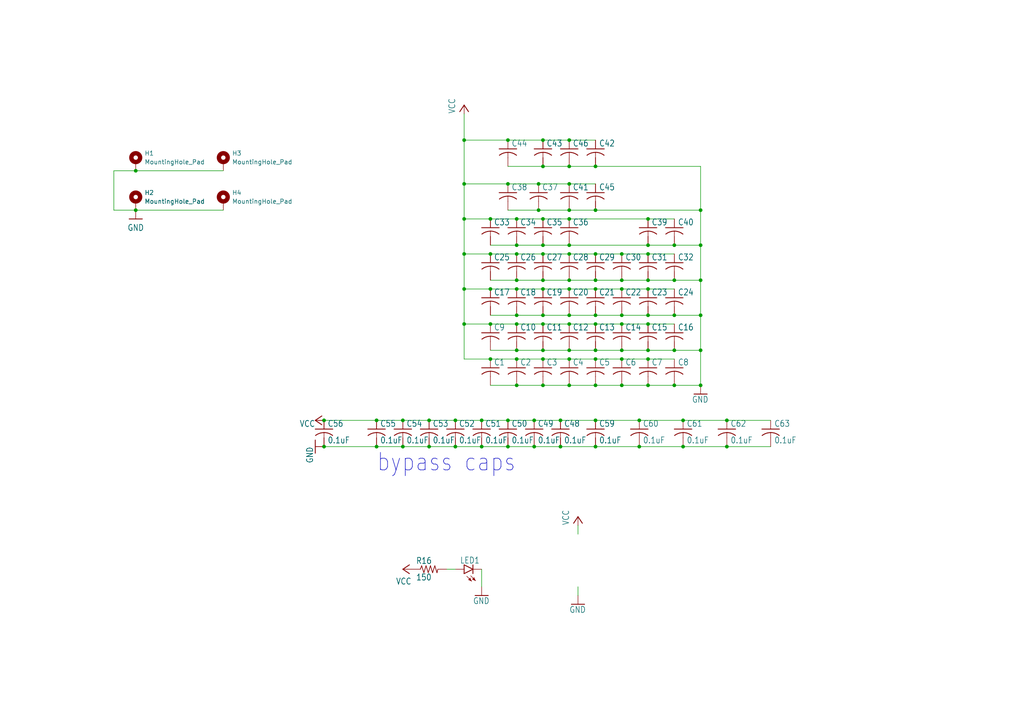
<source format=kicad_sch>
(kicad_sch (version 20230121) (generator eeschema)

  (uuid 2c6be17d-6e57-40b8-b92e-9f4e8d738553)

  (paper "A4")

  (lib_symbols
    (symbol "Mechanical:MountingHole_Pad" (pin_numbers hide) (pin_names (offset 1.016) hide) (in_bom yes) (on_board yes)
      (property "Reference" "H" (at 0 6.35 0)
        (effects (font (size 1.27 1.27)))
      )
      (property "Value" "MountingHole_Pad" (at 0 4.445 0)
        (effects (font (size 1.27 1.27)))
      )
      (property "Footprint" "" (at 0 0 0)
        (effects (font (size 1.27 1.27)) hide)
      )
      (property "Datasheet" "~" (at 0 0 0)
        (effects (font (size 1.27 1.27)) hide)
      )
      (property "ki_keywords" "mounting hole" (at 0 0 0)
        (effects (font (size 1.27 1.27)) hide)
      )
      (property "ki_description" "Mounting Hole with connection" (at 0 0 0)
        (effects (font (size 1.27 1.27)) hide)
      )
      (property "ki_fp_filters" "MountingHole*Pad*" (at 0 0 0)
        (effects (font (size 1.27 1.27)) hide)
      )
      (symbol "MountingHole_Pad_0_1"
        (circle (center 0 1.27) (radius 1.27)
          (stroke (width 1.27) (type default))
          (fill (type none))
        )
      )
      (symbol "MountingHole_Pad_1_1"
        (pin input line (at 0 -2.54 90) (length 2.54)
          (name "1" (effects (font (size 1.27 1.27))))
          (number "1" (effects (font (size 1.27 1.27))))
        )
      )
    )
    (symbol "cpu-blitter-inputs-eagle-import:C-US025-024X044" (in_bom yes) (on_board yes)
      (property "Reference" "C" (at 1.016 0.635 0)
        (effects (font (size 1.778 1.5113)) (justify left bottom))
      )
      (property "Value" "" (at 1.016 -4.191 0)
        (effects (font (size 1.778 1.5113)) (justify left bottom))
      )
      (property "Footprint" "cpu-blitter-inputs:C025-024X044" (at 0 0 0)
        (effects (font (size 1.27 1.27)) hide)
      )
      (property "Datasheet" "" (at 0 0 0)
        (effects (font (size 1.27 1.27)) hide)
      )
      (property "ki_locked" "" (at 0 0 0)
        (effects (font (size 1.27 1.27)))
      )
      (symbol "C-US025-024X044_1_0"
        (arc (start 0 -1.0161) (mid -1.302 -1.2303) (end -2.4668 -1.8504)
          (stroke (width 0.254) (type solid))
          (fill (type none))
        )
        (polyline
          (pts
            (xy -2.54 0)
            (xy 2.54 0)
          )
          (stroke (width 0.254) (type solid))
          (fill (type none))
        )
        (polyline
          (pts
            (xy 0 -1.016)
            (xy 0 -2.54)
          )
          (stroke (width 0.1524) (type solid))
          (fill (type none))
        )
        (arc (start 2.4892 -1.8541) (mid 1.3158 -1.2194) (end 0 -1)
          (stroke (width 0.254) (type solid))
          (fill (type none))
        )
        (pin passive line (at 0 2.54 270) (length 2.54)
          (name "1" (effects (font (size 0 0))))
          (number "1" (effects (font (size 0 0))))
        )
        (pin passive line (at 0 -5.08 90) (length 2.54)
          (name "2" (effects (font (size 0 0))))
          (number "2" (effects (font (size 0 0))))
        )
      )
    )
    (symbol "cpu-blitter-inputs-eagle-import:GND" (power) (in_bom yes) (on_board yes)
      (property "Reference" "#GND" (at 0 0 0)
        (effects (font (size 1.27 1.27)) hide)
      )
      (property "Value" "GND" (at -2.54 -2.54 0)
        (effects (font (size 1.778 1.5113)) (justify left bottom))
      )
      (property "Footprint" "" (at 0 0 0)
        (effects (font (size 1.27 1.27)) hide)
      )
      (property "Datasheet" "" (at 0 0 0)
        (effects (font (size 1.27 1.27)) hide)
      )
      (property "ki_locked" "" (at 0 0 0)
        (effects (font (size 1.27 1.27)))
      )
      (symbol "GND_1_0"
        (polyline
          (pts
            (xy -1.905 0)
            (xy 1.905 0)
          )
          (stroke (width 0.254) (type solid))
          (fill (type none))
        )
        (pin power_in line (at 0 2.54 270) (length 2.54)
          (name "GND" (effects (font (size 0 0))))
          (number "1" (effects (font (size 0 0))))
        )
      )
    )
    (symbol "cpu-blitter-inputs-eagle-import:LED5MM" (in_bom yes) (on_board yes)
      (property "Reference" "LED1" (at 3.556 -4.572 90)
        (effects (font (size 1.778 1.5113)) (justify left bottom))
      )
      (property "Value" "LED5MM" (at 5.715 -4.572 90)
        (effects (font (size 1.778 1.5113)) (justify left bottom) hide)
      )
      (property "Footprint" "LED_SMD:LED_1206_3216Metric" (at 0 0 0)
        (effects (font (size 1.27 1.27)) hide)
      )
      (property "Datasheet" "" (at 0 0 0)
        (effects (font (size 1.27 1.27)) hide)
      )
      (property "ki_locked" "" (at 0 0 0)
        (effects (font (size 1.27 1.27)))
      )
      (symbol "LED5MM_1_0"
        (polyline
          (pts
            (xy -2.032 -0.762)
            (xy -3.429 -2.159)
          )
          (stroke (width 0.1524) (type solid))
          (fill (type none))
        )
        (polyline
          (pts
            (xy -1.905 -1.905)
            (xy -3.302 -3.302)
          )
          (stroke (width 0.1524) (type solid))
          (fill (type none))
        )
        (polyline
          (pts
            (xy 0 -2.54)
            (xy -1.27 -2.54)
          )
          (stroke (width 0.254) (type solid))
          (fill (type none))
        )
        (polyline
          (pts
            (xy 0 -2.54)
            (xy -1.27 0)
          )
          (stroke (width 0.254) (type solid))
          (fill (type none))
        )
        (polyline
          (pts
            (xy 0 0)
            (xy -1.27 0)
          )
          (stroke (width 0.254) (type solid))
          (fill (type none))
        )
        (polyline
          (pts
            (xy 1.27 -2.54)
            (xy 0 -2.54)
          )
          (stroke (width 0.254) (type solid))
          (fill (type none))
        )
        (polyline
          (pts
            (xy 1.27 0)
            (xy 0 -2.54)
          )
          (stroke (width 0.254) (type solid))
          (fill (type none))
        )
        (polyline
          (pts
            (xy 1.27 0)
            (xy 0 0)
          )
          (stroke (width 0.254) (type solid))
          (fill (type none))
        )
        (polyline
          (pts
            (xy -3.429 -2.159)
            (xy -3.048 -1.27)
            (xy -2.54 -1.778)
          )
          (stroke (width 0.1524) (type solid))
          (fill (type outline))
        )
        (polyline
          (pts
            (xy -3.302 -3.302)
            (xy -2.921 -2.413)
            (xy -2.413 -2.921)
          )
          (stroke (width 0.1524) (type solid))
          (fill (type outline))
        )
        (pin passive line (at 0 2.54 270) (length 2.54)
          (name "A" (effects (font (size 0 0))))
          (number "1" (effects (font (size 0 0))))
        )
        (pin passive line (at 0 -5.08 90) (length 2.54)
          (name "C" (effects (font (size 0 0))))
          (number "2" (effects (font (size 0 0))))
        )
      )
    )
    (symbol "cpu-blitter-inputs-eagle-import:R-US_0204/7" (in_bom yes) (on_board yes)
      (property "Reference" "R" (at -3.81 1.4986 0)
        (effects (font (size 1.778 1.5113)) (justify left bottom))
      )
      (property "Value" "" (at -3.81 -3.302 0)
        (effects (font (size 1.778 1.5113)) (justify left bottom))
      )
      (property "Footprint" "cpu-blitter-inputs:0204_7" (at 0 0 0)
        (effects (font (size 1.27 1.27)) hide)
      )
      (property "Datasheet" "" (at 0 0 0)
        (effects (font (size 1.27 1.27)) hide)
      )
      (property "ki_locked" "" (at 0 0 0)
        (effects (font (size 1.27 1.27)))
      )
      (symbol "R-US_0204/7_1_0"
        (polyline
          (pts
            (xy -2.54 0)
            (xy -2.159 1.016)
          )
          (stroke (width 0.2032) (type solid))
          (fill (type none))
        )
        (polyline
          (pts
            (xy -2.159 1.016)
            (xy -1.524 -1.016)
          )
          (stroke (width 0.2032) (type solid))
          (fill (type none))
        )
        (polyline
          (pts
            (xy -1.524 -1.016)
            (xy -0.889 1.016)
          )
          (stroke (width 0.2032) (type solid))
          (fill (type none))
        )
        (polyline
          (pts
            (xy -0.889 1.016)
            (xy -0.254 -1.016)
          )
          (stroke (width 0.2032) (type solid))
          (fill (type none))
        )
        (polyline
          (pts
            (xy -0.254 -1.016)
            (xy 0.381 1.016)
          )
          (stroke (width 0.2032) (type solid))
          (fill (type none))
        )
        (polyline
          (pts
            (xy 0.381 1.016)
            (xy 1.016 -1.016)
          )
          (stroke (width 0.2032) (type solid))
          (fill (type none))
        )
        (polyline
          (pts
            (xy 1.016 -1.016)
            (xy 1.651 1.016)
          )
          (stroke (width 0.2032) (type solid))
          (fill (type none))
        )
        (polyline
          (pts
            (xy 1.651 1.016)
            (xy 2.286 -1.016)
          )
          (stroke (width 0.2032) (type solid))
          (fill (type none))
        )
        (polyline
          (pts
            (xy 2.286 -1.016)
            (xy 2.54 0)
          )
          (stroke (width 0.2032) (type solid))
          (fill (type none))
        )
        (pin passive line (at -5.08 0 0) (length 2.54)
          (name "1" (effects (font (size 0 0))))
          (number "1" (effects (font (size 0 0))))
        )
        (pin passive line (at 5.08 0 180) (length 2.54)
          (name "2" (effects (font (size 0 0))))
          (number "2" (effects (font (size 0 0))))
        )
      )
    )
    (symbol "cpu-blitter-inputs-eagle-import:VCC" (power) (in_bom yes) (on_board yes)
      (property "Reference" "#P+" (at 0 0 0)
        (effects (font (size 1.27 1.27)) hide)
      )
      (property "Value" "VCC" (at -2.54 -2.54 90)
        (effects (font (size 1.778 1.5113)) (justify left bottom))
      )
      (property "Footprint" "" (at 0 0 0)
        (effects (font (size 1.27 1.27)) hide)
      )
      (property "Datasheet" "" (at 0 0 0)
        (effects (font (size 1.27 1.27)) hide)
      )
      (property "ki_locked" "" (at 0 0 0)
        (effects (font (size 1.27 1.27)))
      )
      (symbol "VCC_1_0"
        (polyline
          (pts
            (xy 0 0)
            (xy -1.27 -1.905)
          )
          (stroke (width 0.254) (type solid))
          (fill (type none))
        )
        (polyline
          (pts
            (xy 1.27 -1.905)
            (xy 0 0)
          )
          (stroke (width 0.254) (type solid))
          (fill (type none))
        )
        (pin power_in line (at 0 -2.54 90) (length 2.54)
          (name "VCC" (effects (font (size 0 0))))
          (number "1" (effects (font (size 0 0))))
        )
      )
    )
  )

  (junction (at 165.1 111.76) (diameter 0) (color 0 0 0 0)
    (uuid 01967909-d5df-4f3b-b21c-2a95cec348b4)
  )
  (junction (at 109.22 129.54) (diameter 0) (color 0 0 0 0)
    (uuid 02116429-8910-4af3-9d23-4b57dafad54b)
  )
  (junction (at 172.72 121.92) (diameter 0) (color 0 0 0 0)
    (uuid 029dc121-5f70-4012-915d-7136eee841b2)
  )
  (junction (at 149.86 81.28) (diameter 0) (color 0 0 0 0)
    (uuid 050e320e-293e-4e9e-8b5a-aab1849d9e48)
  )
  (junction (at 180.34 93.98) (diameter 0) (color 0 0 0 0)
    (uuid 091b95ac-ace9-44b1-92a5-2d09a3c7b5a3)
  )
  (junction (at 165.1 60.96) (diameter 0) (color 0 0 0 0)
    (uuid 0952776f-1237-40c9-a4f5-6cf3894d1440)
  )
  (junction (at 187.96 63.5) (diameter 0) (color 0 0 0 0)
    (uuid 09600130-a0d2-4fbb-a419-5241b1f18c1b)
  )
  (junction (at 180.34 91.44) (diameter 0) (color 0 0 0 0)
    (uuid 0c9d7f5e-d52e-4bc3-8a1c-5f91c932b254)
  )
  (junction (at 142.24 83.82) (diameter 0) (color 0 0 0 0)
    (uuid 0e9275eb-680e-42cf-9f57-e46eee8792cc)
  )
  (junction (at 157.48 73.66) (diameter 0) (color 0 0 0 0)
    (uuid 0f1f4398-b0d1-4377-9bb0-6dca30d3acba)
  )
  (junction (at 157.48 101.6) (diameter 0) (color 0 0 0 0)
    (uuid 119821a5-cbce-4318-804b-29c25eb1d279)
  )
  (junction (at 172.72 73.66) (diameter 0) (color 0 0 0 0)
    (uuid 12264af3-5e32-47ab-bdc3-fef7eaced6e6)
  )
  (junction (at 165.1 48.26) (diameter 0) (color 0 0 0 0)
    (uuid 12ae7b3b-02c2-4dfc-bb2f-95096064706c)
  )
  (junction (at 116.84 129.54) (diameter 0) (color 0 0 0 0)
    (uuid 134223da-e003-4b27-b3ec-6b349ba97540)
  )
  (junction (at 134.62 63.5) (diameter 0) (color 0 0 0 0)
    (uuid 19a012fb-c69a-42f3-94fa-23c0e5bf92dd)
  )
  (junction (at 165.1 71.12) (diameter 0) (color 0 0 0 0)
    (uuid 1c5732b2-efff-4718-b3f3-056f3e45dac0)
  )
  (junction (at 142.24 63.5) (diameter 0) (color 0 0 0 0)
    (uuid 1cc1ca7c-f890-4a49-9a95-066caecee373)
  )
  (junction (at 139.7 129.54) (diameter 0) (color 0 0 0 0)
    (uuid 2186f4d2-3e76-44cc-b0d1-37bd0f6a3bad)
  )
  (junction (at 203.2 81.28) (diameter 0) (color 0 0 0 0)
    (uuid 24db2f8b-cc9a-47a1-95cf-4cf407b4743f)
  )
  (junction (at 157.48 83.82) (diameter 0) (color 0 0 0 0)
    (uuid 259f4317-49d9-424a-9137-f8ea9191c981)
  )
  (junction (at 124.46 121.92) (diameter 0) (color 0 0 0 0)
    (uuid 26540991-6efd-4744-872d-5403b3e5c2c6)
  )
  (junction (at 149.86 93.98) (diameter 0) (color 0 0 0 0)
    (uuid 277097d6-ddec-4120-b413-dce34422aa07)
  )
  (junction (at 180.34 101.6) (diameter 0) (color 0 0 0 0)
    (uuid 286da300-63c5-46e2-8a97-7dfe5cb860fd)
  )
  (junction (at 210.82 121.92) (diameter 0) (color 0 0 0 0)
    (uuid 291bd28c-bc32-4c0f-82e3-931332a0792f)
  )
  (junction (at 172.72 60.96) (diameter 0) (color 0 0 0 0)
    (uuid 2927660e-caf9-4ea4-8ed6-f09e0deb78c9)
  )
  (junction (at 165.1 83.82) (diameter 0) (color 0 0 0 0)
    (uuid 2f6ad667-8b45-4a09-a040-50f8e5f69084)
  )
  (junction (at 149.86 104.14) (diameter 0) (color 0 0 0 0)
    (uuid 32094b52-494e-4ae7-aa36-56561228b093)
  )
  (junction (at 180.34 81.28) (diameter 0) (color 0 0 0 0)
    (uuid 3259d621-db77-41e3-a07a-032dcee8675f)
  )
  (junction (at 203.2 60.96) (diameter 0) (color 0 0 0 0)
    (uuid 3505ce96-37de-4f58-a864-f7ff5741bad0)
  )
  (junction (at 195.58 71.12) (diameter 0) (color 0 0 0 0)
    (uuid 353c840b-b01f-40ab-922b-a2297afe07a6)
  )
  (junction (at 165.1 81.28) (diameter 0) (color 0 0 0 0)
    (uuid 3c4d1182-0df3-499c-a277-ffee2e168e27)
  )
  (junction (at 149.86 73.66) (diameter 0) (color 0 0 0 0)
    (uuid 3e57c9c0-4b99-48aa-b9b6-cba8a0b959bf)
  )
  (junction (at 157.48 63.5) (diameter 0) (color 0 0 0 0)
    (uuid 426c9b89-6876-4caa-a7f9-adc2b48db858)
  )
  (junction (at 198.12 129.54) (diameter 0) (color 0 0 0 0)
    (uuid 440b60be-65af-4593-8e84-26b6f1d23abe)
  )
  (junction (at 165.1 93.98) (diameter 0) (color 0 0 0 0)
    (uuid 45fdd9e8-010e-414a-851b-17957853aa21)
  )
  (junction (at 39.37 49.53) (diameter 0) (color 0 0 0 0)
    (uuid 46904a8a-93d0-447f-a069-4582ddef1881)
  )
  (junction (at 149.86 101.6) (diameter 0) (color 0 0 0 0)
    (uuid 4a213e2f-64d5-479f-ae06-9444b7e3e17b)
  )
  (junction (at 109.22 121.92) (diameter 0) (color 0 0 0 0)
    (uuid 4d813123-9188-40c4-a0db-ed6513d56d4b)
  )
  (junction (at 93.98 121.92) (diameter 0) (color 0 0 0 0)
    (uuid 54643411-e395-4e8c-9396-302c11a13e54)
  )
  (junction (at 187.96 104.14) (diameter 0) (color 0 0 0 0)
    (uuid 54c13c8d-faaa-4e78-866f-2905a4c626f9)
  )
  (junction (at 180.34 111.76) (diameter 0) (color 0 0 0 0)
    (uuid 560ef504-035a-4da7-8fc1-26eb0da6aa1b)
  )
  (junction (at 187.96 71.12) (diameter 0) (color 0 0 0 0)
    (uuid 5796ab08-d4f9-41db-a9fa-ff427e674dd1)
  )
  (junction (at 195.58 101.6) (diameter 0) (color 0 0 0 0)
    (uuid 5a0d70ac-861b-41d1-9ce0-a6b1d06d995f)
  )
  (junction (at 187.96 111.76) (diameter 0) (color 0 0 0 0)
    (uuid 5a6908c0-0249-469d-8d36-e489d10806fd)
  )
  (junction (at 162.56 121.92) (diameter 0) (color 0 0 0 0)
    (uuid 5b654986-62b2-4455-b6f5-bbe0855aa916)
  )
  (junction (at 157.48 104.14) (diameter 0) (color 0 0 0 0)
    (uuid 5bd45a94-5826-469a-8d4a-c8b6fb4801f4)
  )
  (junction (at 149.86 71.12) (diameter 0) (color 0 0 0 0)
    (uuid 62482a48-72c5-495d-abcb-27bb3a64b9c3)
  )
  (junction (at 154.94 129.54) (diameter 0) (color 0 0 0 0)
    (uuid 6367b420-2709-4a8c-9d7c-069a667b1158)
  )
  (junction (at 172.72 81.28) (diameter 0) (color 0 0 0 0)
    (uuid 64cc4aec-1bdb-450a-b932-fe02a3d73ba7)
  )
  (junction (at 165.1 63.5) (diameter 0) (color 0 0 0 0)
    (uuid 6862a4c9-8a69-4088-8b71-0636c8f06db5)
  )
  (junction (at 147.32 121.92) (diameter 0) (color 0 0 0 0)
    (uuid 6cf4a65a-00e2-493c-9de3-f12988ef4c93)
  )
  (junction (at 172.72 111.76) (diameter 0) (color 0 0 0 0)
    (uuid 6ff0e46e-8e40-44ba-8272-32cfc9fed383)
  )
  (junction (at 162.56 129.54) (diameter 0) (color 0 0 0 0)
    (uuid 716c7f4c-8234-4058-a25d-d6bfc312d76e)
  )
  (junction (at 154.94 121.92) (diameter 0) (color 0 0 0 0)
    (uuid 718f96bc-b2ea-4abe-9986-10a47b7ad0d0)
  )
  (junction (at 149.86 91.44) (diameter 0) (color 0 0 0 0)
    (uuid 73d3c5e4-eab4-4995-be7d-cbb50ec77994)
  )
  (junction (at 172.72 104.14) (diameter 0) (color 0 0 0 0)
    (uuid 73ed3096-31f6-4e93-ae09-0ffd7c108585)
  )
  (junction (at 180.34 83.82) (diameter 0) (color 0 0 0 0)
    (uuid 7401f17e-d204-4d46-87a0-23f630ee6968)
  )
  (junction (at 165.1 104.14) (diameter 0) (color 0 0 0 0)
    (uuid 752997fc-8b7b-455a-a9c4-dd48a98a2ff9)
  )
  (junction (at 187.96 91.44) (diameter 0) (color 0 0 0 0)
    (uuid 76114ce5-fe6d-4c85-8258-4aa123e2de07)
  )
  (junction (at 156.21 53.34) (diameter 0) (color 0 0 0 0)
    (uuid 76b3c914-a97e-4c17-ac65-1461793a06e3)
  )
  (junction (at 134.62 40.64) (diameter 0) (color 0 0 0 0)
    (uuid 798ede4d-53f2-49f2-b6fd-8bc1dedb0e03)
  )
  (junction (at 203.2 111.76) (diameter 0) (color 0 0 0 0)
    (uuid 7ea51682-1b76-46c2-ac2f-fdace83fd1d7)
  )
  (junction (at 149.86 83.82) (diameter 0) (color 0 0 0 0)
    (uuid 7f62b301-9465-4474-a076-c939ae51d8d8)
  )
  (junction (at 165.1 53.34) (diameter 0) (color 0 0 0 0)
    (uuid 829744ba-d130-4202-bcf0-d13cd7036105)
  )
  (junction (at 198.12 121.92) (diameter 0) (color 0 0 0 0)
    (uuid 864835b4-7fdd-4183-9ec0-7b185f885fcb)
  )
  (junction (at 187.96 81.28) (diameter 0) (color 0 0 0 0)
    (uuid 86fdaf81-1122-4589-957f-6ad1e533b871)
  )
  (junction (at 147.32 40.64) (diameter 0) (color 0 0 0 0)
    (uuid 9066d5d0-fed4-4b96-b0d1-95de7d8f16c6)
  )
  (junction (at 39.37 60.96) (diameter 0) (color 0 0 0 0)
    (uuid 90db0f52-24a2-4f45-bfb9-45c235bc79c1)
  )
  (junction (at 172.72 101.6) (diameter 0) (color 0 0 0 0)
    (uuid 953c2b83-efdf-42c5-ae9b-08b9dce19d23)
  )
  (junction (at 187.96 93.98) (diameter 0) (color 0 0 0 0)
    (uuid 9667e734-389a-477e-957f-2e1834e88819)
  )
  (junction (at 157.48 91.44) (diameter 0) (color 0 0 0 0)
    (uuid 96834325-5dd1-4244-9007-7c8a2bda30fd)
  )
  (junction (at 185.42 129.54) (diameter 0) (color 0 0 0 0)
    (uuid 982ef242-0805-4413-9786-f8e8da6bb337)
  )
  (junction (at 180.34 73.66) (diameter 0) (color 0 0 0 0)
    (uuid 9b17d430-7bf3-465d-8096-d02dd2310598)
  )
  (junction (at 132.08 121.92) (diameter 0) (color 0 0 0 0)
    (uuid 9b52808c-1fa8-4d68-bd7d-ac26cac28d9c)
  )
  (junction (at 157.48 111.76) (diameter 0) (color 0 0 0 0)
    (uuid 9fd41433-7c52-48d2-915f-6b14c3650d31)
  )
  (junction (at 134.62 53.34) (diameter 0) (color 0 0 0 0)
    (uuid 9fe23d90-74cd-4eb7-a397-b8d9e4efae5a)
  )
  (junction (at 203.2 101.6) (diameter 0) (color 0 0 0 0)
    (uuid a1cb7fc2-0d0f-41cb-aba1-ec1b681f1bce)
  )
  (junction (at 203.2 71.12) (diameter 0) (color 0 0 0 0)
    (uuid a318494e-0735-4c69-a1d4-4b09e8fd6dcb)
  )
  (junction (at 172.72 129.54) (diameter 0) (color 0 0 0 0)
    (uuid a34b4fcc-6614-4420-940f-cb14ccdaa499)
  )
  (junction (at 149.86 63.5) (diameter 0) (color 0 0 0 0)
    (uuid a59f0050-3044-42e4-85f0-10f64fb5d6d8)
  )
  (junction (at 172.72 83.82) (diameter 0) (color 0 0 0 0)
    (uuid a635cb7b-5f72-473f-8297-f16b380636fd)
  )
  (junction (at 210.82 129.54) (diameter 0) (color 0 0 0 0)
    (uuid a6944beb-399e-4d20-8e1d-451082918766)
  )
  (junction (at 157.48 40.64) (diameter 0) (color 0 0 0 0)
    (uuid a871e391-f145-44a5-a61a-3bfcae327d63)
  )
  (junction (at 203.2 91.44) (diameter 0) (color 0 0 0 0)
    (uuid ade0a586-f7d5-4f62-9bbb-04c1290a35e8)
  )
  (junction (at 165.1 40.64) (diameter 0) (color 0 0 0 0)
    (uuid b0997dc4-6487-47da-83b1-1265f94decd4)
  )
  (junction (at 195.58 91.44) (diameter 0) (color 0 0 0 0)
    (uuid ba6a57f3-fd3f-4dd6-b2ea-063eab0f6b80)
  )
  (junction (at 156.21 60.96) (diameter 0) (color 0 0 0 0)
    (uuid bdac22a7-dede-42aa-be18-1c3cae349d07)
  )
  (junction (at 165.1 101.6) (diameter 0) (color 0 0 0 0)
    (uuid c0e51e9e-9feb-4b71-9545-c7176d487d0f)
  )
  (junction (at 134.62 73.66) (diameter 0) (color 0 0 0 0)
    (uuid c2e67dd7-e866-4a1c-b107-eb529172b4bf)
  )
  (junction (at 134.62 93.98) (diameter 0) (color 0 0 0 0)
    (uuid c308e104-69f3-4a66-9c4f-1d2a2e58c0b1)
  )
  (junction (at 165.1 73.66) (diameter 0) (color 0 0 0 0)
    (uuid c38fa109-c641-4874-8213-c7b7f4a0852f)
  )
  (junction (at 195.58 111.76) (diameter 0) (color 0 0 0 0)
    (uuid c4352034-bbb6-4e27-b0ce-990a742eb4ef)
  )
  (junction (at 187.96 101.6) (diameter 0) (color 0 0 0 0)
    (uuid c6d20f95-e226-45e8-903c-c4cceaa9b5ac)
  )
  (junction (at 147.32 53.34) (diameter 0) (color 0 0 0 0)
    (uuid ccfc1962-960a-4350-a6c5-f72dcb29cb2f)
  )
  (junction (at 187.96 83.82) (diameter 0) (color 0 0 0 0)
    (uuid d022f087-6007-4a1f-8139-0c12dffa3ae7)
  )
  (junction (at 172.72 48.26) (diameter 0) (color 0 0 0 0)
    (uuid d042d5ee-4b54-43c7-81fa-2fd07b02ceb3)
  )
  (junction (at 172.72 93.98) (diameter 0) (color 0 0 0 0)
    (uuid d0b5ee77-5ad6-4943-aedc-9b2817022ea5)
  )
  (junction (at 165.1 91.44) (diameter 0) (color 0 0 0 0)
    (uuid d13b24c5-4a0d-4b7e-a1da-8eea27c555e4)
  )
  (junction (at 132.08 129.54) (diameter 0) (color 0 0 0 0)
    (uuid d1d5c8fe-dd5e-4776-9f88-445d6b5b8732)
  )
  (junction (at 116.84 121.92) (diameter 0) (color 0 0 0 0)
    (uuid d243784b-7da7-4742-9d58-f13147eaf435)
  )
  (junction (at 157.48 93.98) (diameter 0) (color 0 0 0 0)
    (uuid d2869b26-d0cc-4cb3-9fa0-ed4162dc7be5)
  )
  (junction (at 134.62 83.82) (diameter 0) (color 0 0 0 0)
    (uuid d4ef3b6f-c14d-4a91-a7a4-29af21d26730)
  )
  (junction (at 142.24 104.14) (diameter 0) (color 0 0 0 0)
    (uuid e5f6fd42-865e-40d1-bf8b-93d0fb4df444)
  )
  (junction (at 139.7 121.92) (diameter 0) (color 0 0 0 0)
    (uuid e688501e-8447-4b67-b35a-8ac2d3a8ad43)
  )
  (junction (at 172.72 91.44) (diameter 0) (color 0 0 0 0)
    (uuid e8019328-cffb-4da4-a4a9-6412b8fd3604)
  )
  (junction (at 149.86 111.76) (diameter 0) (color 0 0 0 0)
    (uuid e8c62d39-f2e6-4bd2-9793-fb28555dc1b5)
  )
  (junction (at 93.98 129.54) (diameter 0) (color 0 0 0 0)
    (uuid ea5b6b62-0210-4e42-91ad-6aa3a002badf)
  )
  (junction (at 142.24 73.66) (diameter 0) (color 0 0 0 0)
    (uuid eb203014-3d25-4b0e-b296-61813f26681c)
  )
  (junction (at 142.24 93.98) (diameter 0) (color 0 0 0 0)
    (uuid ee12c09c-d0d0-4577-bee5-09675755ef62)
  )
  (junction (at 157.48 48.26) (diameter 0) (color 0 0 0 0)
    (uuid f1ab477f-36b9-422b-9509-db52c16b2d09)
  )
  (junction (at 195.58 81.28) (diameter 0) (color 0 0 0 0)
    (uuid f1adf463-a979-4f79-a6f9-f8ace106f20c)
  )
  (junction (at 185.42 121.92) (diameter 0) (color 0 0 0 0)
    (uuid f6ad3e13-bbb6-443c-8732-ed1452170805)
  )
  (junction (at 147.32 129.54) (diameter 0) (color 0 0 0 0)
    (uuid f6bf1d56-ab4a-48fc-8451-0715e259c0a4)
  )
  (junction (at 180.34 104.14) (diameter 0) (color 0 0 0 0)
    (uuid f8273202-6443-4296-b211-07f0cbe4822e)
  )
  (junction (at 157.48 71.12) (diameter 0) (color 0 0 0 0)
    (uuid f9dea2a6-4870-431b-9bb6-cc9e94690376)
  )
  (junction (at 124.46 129.54) (diameter 0) (color 0 0 0 0)
    (uuid fb280a6d-0fcf-40a3-955c-8c282afcfe22)
  )
  (junction (at 157.48 81.28) (diameter 0) (color 0 0 0 0)
    (uuid fb65a443-9ef3-4251-a80e-415e137fdda3)
  )
  (junction (at 187.96 73.66) (diameter 0) (color 0 0 0 0)
    (uuid fc609b0d-a840-4f95-925c-26e174ff7fb3)
  )

  (wire (pts (xy 157.48 91.44) (xy 165.1 91.44))
    (stroke (width 0.1524) (type solid))
    (uuid 021edc5a-caae-4d4e-8582-b273b30974da)
  )
  (wire (pts (xy 187.96 63.5) (xy 195.58 63.5))
    (stroke (width 0.1524) (type solid))
    (uuid 0f039f93-37ba-4977-a336-af054177139d)
  )
  (wire (pts (xy 132.08 121.92) (xy 139.7 121.92))
    (stroke (width 0.1524) (type solid))
    (uuid 10a910aa-7815-461f-af89-e23f309f45af)
  )
  (wire (pts (xy 149.86 81.28) (xy 157.48 81.28))
    (stroke (width 0.1524) (type solid))
    (uuid 11ec5252-9095-48fb-98fe-215da3aada3f)
  )
  (wire (pts (xy 162.56 121.92) (xy 172.72 121.92))
    (stroke (width 0.1524) (type solid))
    (uuid 12288fb2-a5a8-4e19-aa50-85023311911b)
  )
  (wire (pts (xy 172.72 104.14) (xy 180.34 104.14))
    (stroke (width 0.1524) (type solid))
    (uuid 12889f17-31f2-4134-9e1f-ac76ecc8220d)
  )
  (wire (pts (xy 157.48 71.12) (xy 165.1 71.12))
    (stroke (width 0.1524) (type solid))
    (uuid 12f59f35-039e-44a3-90a3-0c1ca6a1c0c3)
  )
  (wire (pts (xy 195.58 81.28) (xy 203.2 81.28))
    (stroke (width 0.1524) (type solid))
    (uuid 1351f99e-2332-4f47-9e56-0f126faf6ced)
  )
  (wire (pts (xy 142.24 93.98) (xy 149.86 93.98))
    (stroke (width 0.1524) (type solid))
    (uuid 14517559-873b-469e-8012-1fc8ba84c2e7)
  )
  (wire (pts (xy 180.34 83.82) (xy 187.96 83.82))
    (stroke (width 0.1524) (type solid))
    (uuid 15f290f2-de38-4c6c-adbe-0fed8a1b392e)
  )
  (wire (pts (xy 139.7 121.92) (xy 147.32 121.92))
    (stroke (width 0.1524) (type solid))
    (uuid 17393ebd-72a6-49d8-ba80-68cb1f960696)
  )
  (wire (pts (xy 149.86 93.98) (xy 157.48 93.98))
    (stroke (width 0.1524) (type solid))
    (uuid 176c57cd-6897-47ee-a20b-bffaba52b6cf)
  )
  (wire (pts (xy 180.34 81.28) (xy 187.96 81.28))
    (stroke (width 0.1524) (type solid))
    (uuid 1799b99c-7ffd-468d-b193-710a30af4bd6)
  )
  (wire (pts (xy 93.98 121.92) (xy 109.22 121.92))
    (stroke (width 0.1524) (type solid))
    (uuid 17fc344d-3787-4ae9-a11d-c909f13c8e98)
  )
  (wire (pts (xy 172.72 101.6) (xy 180.34 101.6))
    (stroke (width 0.1524) (type solid))
    (uuid 196e400c-09f9-4fd5-8c09-f0f4ae2cb996)
  )
  (wire (pts (xy 124.46 121.92) (xy 132.08 121.92))
    (stroke (width 0.1524) (type solid))
    (uuid 1c7b73b6-a053-4066-aea8-c120857abe37)
  )
  (wire (pts (xy 147.32 40.64) (xy 134.62 40.64))
    (stroke (width 0.1524) (type solid))
    (uuid 1e80fee2-2d79-43e2-8117-fc291b7c5a15)
  )
  (wire (pts (xy 165.1 83.82) (xy 172.72 83.82))
    (stroke (width 0.1524) (type solid))
    (uuid 20de1286-c20f-4150-a91b-971ed9ebfd8b)
  )
  (wire (pts (xy 142.24 81.28) (xy 149.86 81.28))
    (stroke (width 0.1524) (type solid))
    (uuid 2397f960-eb64-4964-bdf6-2d4be0b578af)
  )
  (wire (pts (xy 165.1 60.96) (xy 172.72 60.96))
    (stroke (width 0.1524) (type solid))
    (uuid 24093598-a948-4d32-a65e-2727af6d3b58)
  )
  (wire (pts (xy 134.62 40.64) (xy 134.62 33.02))
    (stroke (width 0.1524) (type solid))
    (uuid 26267a0d-9708-450f-9c9d-ce85c7b286d9)
  )
  (wire (pts (xy 203.2 60.96) (xy 203.2 71.12))
    (stroke (width 0.1524) (type solid))
    (uuid 283b5d2f-33f7-4b60-ae36-ecd56dfc08aa)
  )
  (wire (pts (xy 195.58 91.44) (xy 203.2 91.44))
    (stroke (width 0.1524) (type solid))
    (uuid 28b5fd09-8902-4905-a9f6-920fe64bb34a)
  )
  (wire (pts (xy 165.1 63.5) (xy 187.96 63.5))
    (stroke (width 0.1524) (type solid))
    (uuid 2a550931-dae4-49f2-99d1-e24b6d81591f)
  )
  (wire (pts (xy 165.1 53.34) (xy 172.72 53.34))
    (stroke (width 0.1524) (type solid))
    (uuid 2af2784e-45e4-4bfe-93bc-cdd16b7cce21)
  )
  (wire (pts (xy 187.96 81.28) (xy 195.58 81.28))
    (stroke (width 0.1524) (type solid))
    (uuid 2b5efd57-6ece-48a3-8713-0102b0e754df)
  )
  (wire (pts (xy 172.72 48.26) (xy 203.2 48.26))
    (stroke (width 0.1524) (type solid))
    (uuid 2c1479b1-1e00-4217-93ad-0a9342738ebb)
  )
  (wire (pts (xy 142.24 91.44) (xy 149.86 91.44))
    (stroke (width 0.1524) (type solid))
    (uuid 2c50e7bd-6285-4bc1-9c05-e50f07bbb474)
  )
  (wire (pts (xy 33.02 60.96) (xy 39.37 60.96))
    (stroke (width 0) (type default))
    (uuid 2d29d2b2-e97f-4eed-8611-b2ccc6f4389d)
  )
  (wire (pts (xy 149.86 63.5) (xy 157.48 63.5))
    (stroke (width 0.1524) (type solid))
    (uuid 30e13916-1071-4cf2-8e9b-4bdf4547de8d)
  )
  (wire (pts (xy 187.96 71.12) (xy 195.58 71.12))
    (stroke (width 0.1524) (type solid))
    (uuid 32272c48-7ee3-4e9d-b53f-56542b5abc14)
  )
  (wire (pts (xy 154.94 129.54) (xy 147.32 129.54))
    (stroke (width 0.1524) (type solid))
    (uuid 3300c764-b771-4247-875f-2d04103862c4)
  )
  (wire (pts (xy 134.62 53.34) (xy 134.62 40.64))
    (stroke (width 0.1524) (type solid))
    (uuid 3fc2fe6f-a7a2-4e8c-a341-ce1f494d9b0f)
  )
  (wire (pts (xy 156.21 53.34) (xy 165.1 53.34))
    (stroke (width 0.1524) (type solid))
    (uuid 403605cc-1bb8-4a8b-889b-9dae310fa7a9)
  )
  (wire (pts (xy 157.48 48.26) (xy 165.1 48.26))
    (stroke (width 0.1524) (type solid))
    (uuid 4115324f-452d-431c-a20c-7c787608abc0)
  )
  (wire (pts (xy 162.56 129.54) (xy 154.94 129.54))
    (stroke (width 0.1524) (type solid))
    (uuid 42fdf817-0877-46cd-889c-61c7fba8a521)
  )
  (wire (pts (xy 165.1 81.28) (xy 172.72 81.28))
    (stroke (width 0.1524) (type solid))
    (uuid 45102706-c868-41cb-806e-63fc2aff06f8)
  )
  (wire (pts (xy 203.2 101.6) (xy 203.2 111.76))
    (stroke (width 0.1524) (type solid))
    (uuid 46fc87d3-2e06-47c5-b3f1-44dac921e400)
  )
  (wire (pts (xy 172.72 40.64) (xy 165.1 40.64))
    (stroke (width 0.1524) (type solid))
    (uuid 47a525a2-9875-4a01-a363-a8eb9c777d7a)
  )
  (wire (pts (xy 187.96 91.44) (xy 195.58 91.44))
    (stroke (width 0.1524) (type solid))
    (uuid 4a67179c-db53-483b-afb4-b9d5b5cfce02)
  )
  (wire (pts (xy 185.42 129.54) (xy 198.12 129.54))
    (stroke (width 0.1524) (type solid))
    (uuid 4c0ab391-b709-4912-b4ec-0683ede4f751)
  )
  (wire (pts (xy 124.46 129.54) (xy 116.84 129.54))
    (stroke (width 0.1524) (type solid))
    (uuid 4ccd405f-9b65-4213-8d58-b1fa87e3fc81)
  )
  (wire (pts (xy 134.62 93.98) (xy 142.24 93.98))
    (stroke (width 0.1524) (type solid))
    (uuid 4e88302d-b72b-4a68-bf1d-79ce9708476b)
  )
  (wire (pts (xy 134.62 53.34) (xy 147.32 53.34))
    (stroke (width 0.1524) (type solid))
    (uuid 51629419-32a4-4a89-b8ab-ace08078cd3b)
  )
  (wire (pts (xy 157.48 83.82) (xy 165.1 83.82))
    (stroke (width 0.1524) (type solid))
    (uuid 51c80f28-efc4-4d62-809d-fc7b9ee364c1)
  )
  (wire (pts (xy 154.94 121.92) (xy 162.56 121.92))
    (stroke (width 0.1524) (type solid))
    (uuid 5243f794-76e1-4053-a8ee-c505dfea310b)
  )
  (wire (pts (xy 187.96 73.66) (xy 195.58 73.66))
    (stroke (width 0.1524) (type solid))
    (uuid 55432a36-73ce-4435-829e-e76f8f7e3750)
  )
  (wire (pts (xy 142.24 63.5) (xy 149.86 63.5))
    (stroke (width 0.1524) (type solid))
    (uuid 55addd52-0c0c-4672-a7eb-d519209612c4)
  )
  (wire (pts (xy 165.1 48.26) (xy 172.72 48.26))
    (stroke (width 0.1524) (type solid))
    (uuid 563b5adc-4bcc-4123-8b83-4d4d59ea311c)
  )
  (wire (pts (xy 203.2 81.28) (xy 203.2 91.44))
    (stroke (width 0.1524) (type solid))
    (uuid 56f0b365-7257-4d9d-a380-2df0d5995214)
  )
  (wire (pts (xy 134.62 73.66) (xy 142.24 73.66))
    (stroke (width 0.1524) (type solid))
    (uuid 573f61f1-6675-44ba-979e-997dd051d8b0)
  )
  (wire (pts (xy 157.48 63.5) (xy 165.1 63.5))
    (stroke (width 0.1524) (type solid))
    (uuid 587706b0-6dd5-4e01-b3d0-5437a7ae8599)
  )
  (wire (pts (xy 195.58 111.76) (xy 203.2 111.76))
    (stroke (width 0.1524) (type solid))
    (uuid 5a991ad0-6cd3-4fb0-aae3-634e789dcdb6)
  )
  (wire (pts (xy 134.62 104.14) (xy 142.24 104.14))
    (stroke (width 0.1524) (type solid))
    (uuid 5d544507-588b-44ff-a8ab-4fd2de279e51)
  )
  (wire (pts (xy 172.72 81.28) (xy 180.34 81.28))
    (stroke (width 0.1524) (type solid))
    (uuid 5d9fc112-aaf9-494d-a89f-ff4ac2258775)
  )
  (wire (pts (xy 147.32 60.96) (xy 156.21 60.96))
    (stroke (width 0.1524) (type solid))
    (uuid 623fa961-8d28-4c10-97ff-ccf2a12d8aaa)
  )
  (wire (pts (xy 156.21 60.96) (xy 165.1 60.96))
    (stroke (width 0.1524) (type solid))
    (uuid 6a4e95e2-4932-44f1-8b4c-69bb08f847e1)
  )
  (wire (pts (xy 187.96 111.76) (xy 195.58 111.76))
    (stroke (width 0.1524) (type solid))
    (uuid 6ac77fbd-dac0-422c-a6c3-41653380b5d4)
  )
  (wire (pts (xy 149.86 71.12) (xy 157.48 71.12))
    (stroke (width 0.1524) (type solid))
    (uuid 6c3a9f5a-8617-4478-8ea5-1f61ba1c8227)
  )
  (wire (pts (xy 167.64 170.18) (xy 167.64 172.72))
    (stroke (width 0.1524) (type solid))
    (uuid 708d33c7-1433-4dfb-9125-68833d6c4d0e)
  )
  (wire (pts (xy 167.64 152.4) (xy 167.64 154.94))
    (stroke (width 0.1524) (type solid))
    (uuid 716483f4-459c-4db0-8c63-37ed2a3e3be2)
  )
  (wire (pts (xy 39.37 49.53) (xy 33.02 49.53))
    (stroke (width 0) (type default))
    (uuid 72360019-f03f-49ff-9d97-339700bc8afb)
  )
  (wire (pts (xy 134.62 93.98) (xy 134.62 83.82))
    (stroke (width 0.1524) (type solid))
    (uuid 733f8073-5121-402b-886f-449cf57b04f9)
  )
  (wire (pts (xy 149.86 111.76) (xy 157.48 111.76))
    (stroke (width 0.1524) (type solid))
    (uuid 745b8f17-76f3-4049-8fe2-ced65b37e420)
  )
  (wire (pts (xy 142.24 73.66) (xy 149.86 73.66))
    (stroke (width 0.1524) (type solid))
    (uuid 74fa0b32-2655-4e43-b700-7a6179d59d1a)
  )
  (wire (pts (xy 172.72 93.98) (xy 180.34 93.98))
    (stroke (width 0.1524) (type solid))
    (uuid 773cbfac-7d55-4ff1-9f5a-27e3d1bf15dd)
  )
  (wire (pts (xy 134.62 63.5) (xy 142.24 63.5))
    (stroke (width 0.1524) (type solid))
    (uuid 7c55433a-6aaf-43a1-a7f7-eff2068c4038)
  )
  (wire (pts (xy 165.1 71.12) (xy 187.96 71.12))
    (stroke (width 0.1524) (type solid))
    (uuid 7c7f70b4-39b9-490a-8088-0359510a4c01)
  )
  (wire (pts (xy 132.08 165.1) (xy 129.54 165.1))
    (stroke (width 0.1524) (type solid))
    (uuid 7d2ab9c7-2d83-47c5-8dba-476109304f0c)
  )
  (wire (pts (xy 116.84 121.92) (xy 124.46 121.92))
    (stroke (width 0.1524) (type solid))
    (uuid 7e4f38bd-2dd9-4bef-8dfa-282511849b66)
  )
  (wire (pts (xy 33.02 49.53) (xy 33.02 60.96))
    (stroke (width 0) (type default))
    (uuid 82178239-0f1a-4eb5-8bdb-e3fb2a1223ae)
  )
  (wire (pts (xy 210.82 129.54) (xy 223.52 129.54))
    (stroke (width 0.1524) (type solid))
    (uuid 8542a7a1-85f0-480f-b843-befd4aac7bfe)
  )
  (wire (pts (xy 157.48 93.98) (xy 165.1 93.98))
    (stroke (width 0.1524) (type solid))
    (uuid 8757c166-c009-4203-a6a9-4072f57f6085)
  )
  (wire (pts (xy 142.24 111.76) (xy 149.86 111.76))
    (stroke (width 0.1524) (type solid))
    (uuid 8c30b52e-02dc-42ed-bb85-388dc4fb0bac)
  )
  (wire (pts (xy 187.96 93.98) (xy 195.58 93.98))
    (stroke (width 0.1524) (type solid))
    (uuid 94e195d2-32fe-4155-a914-080a7bd32a57)
  )
  (wire (pts (xy 185.42 121.92) (xy 198.12 121.92))
    (stroke (width 0.1524) (type solid))
    (uuid 95f75123-52b6-4232-b9f8-edeab2a2318c)
  )
  (wire (pts (xy 165.1 93.98) (xy 172.72 93.98))
    (stroke (width 0.1524) (type solid))
    (uuid 96034c1f-3c3f-47aa-b66a-183fca23f362)
  )
  (wire (pts (xy 172.72 111.76) (xy 180.34 111.76))
    (stroke (width 0.1524) (type solid))
    (uuid 9a2789a2-154d-4e83-b9ab-a1b6d9b12aee)
  )
  (wire (pts (xy 157.48 101.6) (xy 165.1 101.6))
    (stroke (width 0.1524) (type solid))
    (uuid 9df7bcb2-df66-405e-a5a9-08c7f9967313)
  )
  (wire (pts (xy 195.58 71.12) (xy 203.2 71.12))
    (stroke (width 0.1524) (type solid))
    (uuid 9ec5b0be-fdb7-4a4b-9692-4437acaab136)
  )
  (wire (pts (xy 203.2 71.12) (xy 203.2 81.28))
    (stroke (width 0.1524) (type solid))
    (uuid a4566338-ca97-45bb-9917-13a9ae5a5d1d)
  )
  (wire (pts (xy 172.72 83.82) (xy 180.34 83.82))
    (stroke (width 0.1524) (type solid))
    (uuid a4ee71ce-f477-4bc8-9017-0fe9b98f3caf)
  )
  (wire (pts (xy 147.32 121.92) (xy 154.94 121.92))
    (stroke (width 0.1524) (type solid))
    (uuid a7e48f73-05dc-46c5-93df-b17a4307f511)
  )
  (wire (pts (xy 180.34 73.66) (xy 187.96 73.66))
    (stroke (width 0.1524) (type solid))
    (uuid a9416f02-e305-4bf9-8d63-9029102d5c5d)
  )
  (wire (pts (xy 172.72 73.66) (xy 180.34 73.66))
    (stroke (width 0.1524) (type solid))
    (uuid a9d65aaa-3646-46fd-910c-82f257a09950)
  )
  (wire (pts (xy 134.62 63.5) (xy 134.62 53.34))
    (stroke (width 0.1524) (type solid))
    (uuid a9f50563-2665-4af3-9a8b-06fecf29d3fb)
  )
  (wire (pts (xy 134.62 73.66) (xy 134.62 83.82))
    (stroke (width 0.1524) (type solid))
    (uuid aac18443-33e4-4a34-b1f7-0b684536ef3d)
  )
  (wire (pts (xy 157.48 111.76) (xy 165.1 111.76))
    (stroke (width 0.1524) (type solid))
    (uuid ab67da49-e069-4d36-87da-47b26fe75d3a)
  )
  (wire (pts (xy 149.86 101.6) (xy 157.48 101.6))
    (stroke (width 0.1524) (type solid))
    (uuid ae5ae2cc-1764-4945-b84f-56f821e4b292)
  )
  (wire (pts (xy 180.34 111.76) (xy 187.96 111.76))
    (stroke (width 0.1524) (type solid))
    (uuid b154e4cb-b439-4854-9e85-21628cd6b220)
  )
  (wire (pts (xy 149.86 91.44) (xy 157.48 91.44))
    (stroke (width 0.1524) (type solid))
    (uuid b194f8b5-38e6-479a-b0eb-c03d2a49e85a)
  )
  (wire (pts (xy 162.56 129.54) (xy 172.72 129.54))
    (stroke (width 0.1524) (type solid))
    (uuid b44357df-6def-4fe0-bf6e-14c0e6f4b76a)
  )
  (wire (pts (xy 187.96 104.14) (xy 195.58 104.14))
    (stroke (width 0.1524) (type solid))
    (uuid b4aeb457-c015-4c69-9380-a62c4da0beaf)
  )
  (wire (pts (xy 180.34 101.6) (xy 187.96 101.6))
    (stroke (width 0.1524) (type solid))
    (uuid b5952036-7c73-460a-bb29-895e40c13a7e)
  )
  (wire (pts (xy 180.34 104.14) (xy 187.96 104.14))
    (stroke (width 0.1524) (type solid))
    (uuid b678720c-f9aa-4f20-be65-e0c4f2f07097)
  )
  (wire (pts (xy 149.86 83.82) (xy 157.48 83.82))
    (stroke (width 0.1524) (type solid))
    (uuid b679b481-a234-4df2-a37d-8207ca4e31e1)
  )
  (wire (pts (xy 147.32 53.34) (xy 156.21 53.34))
    (stroke (width 0.1524) (type solid))
    (uuid b8ed0576-5abe-4686-bfb8-f2cb225b329c)
  )
  (wire (pts (xy 172.72 60.96) (xy 203.2 60.96))
    (stroke (width 0.1524) (type solid))
    (uuid b933c0f8-6897-4a37-9dfe-97f5e96c08ce)
  )
  (wire (pts (xy 172.72 121.92) (xy 185.42 121.92))
    (stroke (width 0.1524) (type solid))
    (uuid b9f46ff1-b588-40c3-b43a-70522d4e2c00)
  )
  (wire (pts (xy 180.34 93.98) (xy 187.96 93.98))
    (stroke (width 0.1524) (type solid))
    (uuid baf0591a-d6bc-4b4a-96d6-6e1db542418e)
  )
  (wire (pts (xy 39.37 49.53) (xy 64.77 49.53))
    (stroke (width 0) (type default))
    (uuid c108098b-a074-4ca6-baa9-3f0fbf55eb94)
  )
  (wire (pts (xy 39.37 60.96) (xy 64.77 60.96))
    (stroke (width 0) (type default))
    (uuid c1be2fb7-0c8a-4eec-91d6-0690a6c7a707)
  )
  (wire (pts (xy 198.12 129.54) (xy 210.82 129.54))
    (stroke (width 0.1524) (type solid))
    (uuid c2c5751f-fc5f-4055-a821-82c970ea8606)
  )
  (wire (pts (xy 198.12 121.92) (xy 210.82 121.92))
    (stroke (width 0.1524) (type solid))
    (uuid c3d0ebad-df24-4918-ba38-bf7e9f1bf72e)
  )
  (wire (pts (xy 165.1 91.44) (xy 172.72 91.44))
    (stroke (width 0.1524) (type solid))
    (uuid c48c270f-9f90-4ca8-ab85-8d1db35a4198)
  )
  (wire (pts (xy 139.7 129.54) (xy 132.08 129.54))
    (stroke (width 0.1524) (type solid))
    (uuid ca725b22-4e14-4826-ba05-43a48d84eed2)
  )
  (wire (pts (xy 195.58 101.6) (xy 203.2 101.6))
    (stroke (width 0.1524) (type solid))
    (uuid ca8c40f3-b964-4845-bb93-3fe192323677)
  )
  (wire (pts (xy 142.24 71.12) (xy 149.86 71.12))
    (stroke (width 0.1524) (type solid))
    (uuid cbcb7104-f332-4564-9a48-b48cab966b5b)
  )
  (wire (pts (xy 187.96 83.82) (xy 195.58 83.82))
    (stroke (width 0.1524) (type solid))
    (uuid cdc614c1-0d34-4ea6-a33a-f06ae26e7777)
  )
  (wire (pts (xy 142.24 104.14) (xy 149.86 104.14))
    (stroke (width 0.1524) (type solid))
    (uuid cff0e702-6da7-4559-aea3-69453aceeb26)
  )
  (wire (pts (xy 134.62 73.66) (xy 134.62 63.5))
    (stroke (width 0.1524) (type solid))
    (uuid d1dfb560-4dd0-40ad-ad1a-fab413b2a3fb)
  )
  (wire (pts (xy 210.82 121.92) (xy 223.52 121.92))
    (stroke (width 0.1524) (type solid))
    (uuid d27bd151-48cb-4509-a68d-d620b6d69fc1)
  )
  (wire (pts (xy 165.1 104.14) (xy 172.72 104.14))
    (stroke (width 0.1524) (type solid))
    (uuid d2faf44f-3418-4479-8d0c-e915459528d3)
  )
  (wire (pts (xy 149.86 73.66) (xy 157.48 73.66))
    (stroke (width 0.1524) (type solid))
    (uuid d479caa7-dc1c-4c20-ad8a-eb8f068e5282)
  )
  (wire (pts (xy 142.24 83.82) (xy 149.86 83.82))
    (stroke (width 0.1524) (type solid))
    (uuid d73ff337-7caf-4a46-9bd4-290e7dbf7ee3)
  )
  (wire (pts (xy 142.24 101.6) (xy 149.86 101.6))
    (stroke (width 0.1524) (type solid))
    (uuid da27bd52-1311-41bb-bca6-623f635605ba)
  )
  (wire (pts (xy 165.1 111.76) (xy 172.72 111.76))
    (stroke (width 0.1524) (type solid))
    (uuid de77eb79-83f8-4d4d-97db-b0f71221a8bf)
  )
  (wire (pts (xy 172.72 129.54) (xy 185.42 129.54))
    (stroke (width 0.1524) (type solid))
    (uuid deab201c-589f-41b6-8abc-6f012c96e9cb)
  )
  (wire (pts (xy 165.1 101.6) (xy 172.72 101.6))
    (stroke (width 0.1524) (type solid))
    (uuid df0e1a3a-36f8-4bd1-8b8d-1778afa4932e)
  )
  (wire (pts (xy 157.48 81.28) (xy 165.1 81.28))
    (stroke (width 0.1524) (type solid))
    (uuid e136d524-034b-44df-9a5f-fac027048996)
  )
  (wire (pts (xy 165.1 73.66) (xy 172.72 73.66))
    (stroke (width 0.1524) (type solid))
    (uuid e2c6323b-c908-4363-b4c0-69af5392f506)
  )
  (wire (pts (xy 180.34 91.44) (xy 187.96 91.44))
    (stroke (width 0.1524) (type solid))
    (uuid e49d7eb8-bf9a-4a00-92d3-3269cac1fde8)
  )
  (wire (pts (xy 187.96 101.6) (xy 195.58 101.6))
    (stroke (width 0.1524) (type solid))
    (uuid e5551133-40f2-48ec-8944-9628c51c9f95)
  )
  (wire (pts (xy 172.72 91.44) (xy 180.34 91.44))
    (stroke (width 0.1524) (type solid))
    (uuid e7c3071f-7b81-40c3-90dc-6f53252bdcec)
  )
  (wire (pts (xy 165.1 40.64) (xy 157.48 40.64))
    (stroke (width 0.1524) (type solid))
    (uuid e7f0e0e2-dfdf-4395-9ac3-4f8415ca69a0)
  )
  (wire (pts (xy 157.48 40.64) (xy 147.32 40.64))
    (stroke (width 0.1524) (type solid))
    (uuid e8d91c1e-89fa-424e-80c9-fb838d60b379)
  )
  (wire (pts (xy 134.62 104.14) (xy 134.62 93.98))
    (stroke (width 0.1524) (type solid))
    (uuid e9ca3af8-484e-4965-87ba-165bc616cbaa)
  )
  (wire (pts (xy 134.62 83.82) (xy 142.24 83.82))
    (stroke (width 0.1524) (type solid))
    (uuid ec74a29a-79ac-462d-b59e-9849dfa2b503)
  )
  (wire (pts (xy 157.48 73.66) (xy 165.1 73.66))
    (stroke (width 0.1524) (type solid))
    (uuid ee2adb5d-a15c-4db2-b3fe-f08a38648065)
  )
  (wire (pts (xy 116.84 129.54) (xy 109.22 129.54))
    (stroke (width 0.1524) (type solid))
    (uuid ee4b466e-285b-4edd-9dcb-1ee4a905b358)
  )
  (wire (pts (xy 109.22 129.54) (xy 93.98 129.54))
    (stroke (width 0.1524) (type solid))
    (uuid eeebedd6-c1be-443b-bd87-3a6c4425ffc4)
  )
  (wire (pts (xy 203.2 48.26) (xy 203.2 60.96))
    (stroke (width 0.1524) (type solid))
    (uuid f21e6474-80ec-4610-96b5-fbcfde4d797a)
  )
  (wire (pts (xy 203.2 91.44) (xy 203.2 101.6))
    (stroke (width 0.1524) (type solid))
    (uuid f3809a1f-9946-4e6f-ad38-842cc8d6a89d)
  )
  (wire (pts (xy 139.7 165.1) (xy 139.7 170.18))
    (stroke (width 0.1524) (type solid))
    (uuid f5a1a821-682f-4097-9f41-e0654e0bf48f)
  )
  (wire (pts (xy 147.32 48.26) (xy 157.48 48.26))
    (stroke (width 0.1524) (type solid))
    (uuid f5cebaec-f056-4d61-9f42-4990de28a661)
  )
  (wire (pts (xy 157.48 104.14) (xy 165.1 104.14))
    (stroke (width 0.1524) (type solid))
    (uuid f6f2d79c-d7a9-4055-889a-b4d1b9e23654)
  )
  (wire (pts (xy 149.86 104.14) (xy 157.48 104.14))
    (stroke (width 0.1524) (type solid))
    (uuid f7793aab-9423-47b5-82e4-6a8b657d3f9d)
  )
  (wire (pts (xy 109.22 121.92) (xy 116.84 121.92))
    (stroke (width 0.1524) (type solid))
    (uuid f9ff1c2a-b3da-4322-86f5-ab06b2ae9662)
  )
  (wire (pts (xy 132.08 129.54) (xy 124.46 129.54))
    (stroke (width 0.1524) (type solid))
    (uuid fe358fed-f8bb-42dd-b602-eb72b4cc6743)
  )
  (wire (pts (xy 147.32 129.54) (xy 139.7 129.54))
    (stroke (width 0.1524) (type solid))
    (uuid ffe1fd20-f9e9-4072-a95a-7cc9ee74eb8b)
  )

  (text "bypass caps" (at 109.22 137.16 0)
    (effects (font (size 5.08 4.318)) (justify left bottom))
    (uuid c6dde08f-de3b-4f1c-8619-b8cd24b96572)
  )

  (symbol (lib_id "cpu-blitter-inputs-eagle-import:C-US025-024X044") (at 147.32 124.46 0) (unit 1)
    (in_bom yes) (on_board yes) (dnp no)
    (uuid 00fd077f-a99d-4244-b4ad-dbd9706f9acf)
    (property "Reference" "C50" (at 148.336 123.825 0)
      (effects (font (size 1.778 1.5113)) (justify left bottom))
    )
    (property "Value" "0.1uF" (at 148.336 128.651 0)
      (effects (font (size 1.778 1.5113)) (justify left bottom))
    )
    (property "Footprint" "Capacitor_SMD:C_0805_2012Metric" (at 147.32 124.46 0)
      (effects (font (size 1.27 1.27)) hide)
    )
    (property "Datasheet" "" (at 147.32 124.46 0)
      (effects (font (size 1.27 1.27)) hide)
    )
    (property "MPN" "CC0805KRX7R9BB104" (at 147.32 124.46 0)
      (effects (font (size 1.27 1.27)) hide)
    )
    (pin "1" (uuid 009db145-7882-452c-9564-09883e7b4332))
    (pin "2" (uuid c7fff564-bb34-474f-a8bf-2593cbf25ade))
    (instances
      (project "LogicBoard_smt"
        (path "/28034957-81b4-48a5-b869-6f4cb8f0c2fa/95bc2f6c-a227-442d-9d58-41fddaf17fd9"
          (reference "C50") (unit 1)
        )
      )
    )
  )

  (symbol (lib_id "cpu-blitter-inputs-eagle-import:C-US025-024X044") (at 198.12 124.46 0) (unit 1)
    (in_bom yes) (on_board yes) (dnp no)
    (uuid 0725bcc5-f1cd-42a5-b9cc-cfec5e515219)
    (property "Reference" "C61" (at 199.136 123.825 0)
      (effects (font (size 1.778 1.5113)) (justify left bottom))
    )
    (property "Value" "0.1uF" (at 199.136 128.651 0)
      (effects (font (size 1.778 1.5113)) (justify left bottom))
    )
    (property "Footprint" "Capacitor_SMD:C_0805_2012Metric" (at 198.12 124.46 0)
      (effects (font (size 1.27 1.27)) hide)
    )
    (property "Datasheet" "" (at 198.12 124.46 0)
      (effects (font (size 1.27 1.27)) hide)
    )
    (property "MPN" "CC0805KRX7R9BB104" (at 198.12 124.46 0)
      (effects (font (size 1.27 1.27)) hide)
    )
    (pin "1" (uuid d5efdd43-6ce5-4eb3-a9cd-56da7fe8c7a3))
    (pin "2" (uuid c8181b83-f6e2-4a9b-a4a9-67b2bccd0fb6))
    (instances
      (project "LogicBoard_smt"
        (path "/28034957-81b4-48a5-b869-6f4cb8f0c2fa/95bc2f6c-a227-442d-9d58-41fddaf17fd9"
          (reference "C61") (unit 1)
        )
      )
    )
  )

  (symbol (lib_id "cpu-blitter-inputs-eagle-import:C-US025-024X044") (at 165.1 66.04 0) (unit 1)
    (in_bom yes) (on_board yes) (dnp no)
    (uuid 07a49d0e-0e69-48b5-8c1b-ad0af4735dc1)
    (property "Reference" "C36" (at 166.116 65.405 0)
      (effects (font (size 1.778 1.5113)) (justify left bottom))
    )
    (property "Value" "0.1uF" (at 166.116 70.231 0)
      (effects (font (size 1.778 1.5113)) (justify left bottom) hide)
    )
    (property "Footprint" "Capacitor_SMD:C_0805_2012Metric" (at 165.1 66.04 0)
      (effects (font (size 1.27 1.27)) hide)
    )
    (property "Datasheet" "" (at 165.1 66.04 0)
      (effects (font (size 1.27 1.27)) hide)
    )
    (property "MPN" "CC0805KRX7R9BB104" (at 165.1 66.04 0)
      (effects (font (size 1.27 1.27)) hide)
    )
    (pin "1" (uuid 824d6624-0486-4b00-a16f-8af805422e2d))
    (pin "2" (uuid abbe7517-0c58-4e2f-b731-e8983f349811))
    (instances
      (project "LogicBoard_smt"
        (path "/28034957-81b4-48a5-b869-6f4cb8f0c2fa/95bc2f6c-a227-442d-9d58-41fddaf17fd9"
          (reference "C36") (unit 1)
        )
      )
    )
  )

  (symbol (lib_id "cpu-blitter-inputs-eagle-import:C-US025-024X044") (at 210.82 124.46 0) (unit 1)
    (in_bom yes) (on_board yes) (dnp no)
    (uuid 08ac1126-8e50-4862-be5d-d2126065d9d5)
    (property "Reference" "C62" (at 211.836 123.825 0)
      (effects (font (size 1.778 1.5113)) (justify left bottom))
    )
    (property "Value" "0.1uF" (at 211.836 128.651 0)
      (effects (font (size 1.778 1.5113)) (justify left bottom))
    )
    (property "Footprint" "Capacitor_SMD:C_0805_2012Metric" (at 210.82 124.46 0)
      (effects (font (size 1.27 1.27)) hide)
    )
    (property "Datasheet" "" (at 210.82 124.46 0)
      (effects (font (size 1.27 1.27)) hide)
    )
    (property "MPN" "CC0805KRX7R9BB104" (at 210.82 124.46 0)
      (effects (font (size 1.27 1.27)) hide)
    )
    (pin "1" (uuid afd27d52-04e2-4998-8e61-e6bd32ee161b))
    (pin "2" (uuid af8da69b-bbe8-4628-b923-b1b05f4667ba))
    (instances
      (project "LogicBoard_smt"
        (path "/28034957-81b4-48a5-b869-6f4cb8f0c2fa/95bc2f6c-a227-442d-9d58-41fddaf17fd9"
          (reference "C62") (unit 1)
        )
      )
    )
  )

  (symbol (lib_id "cpu-blitter-inputs-eagle-import:C-US025-024X044") (at 195.58 106.68 0) (unit 1)
    (in_bom yes) (on_board yes) (dnp no)
    (uuid 0d9c13fa-b3f6-4081-b579-dcb7ab162e92)
    (property "Reference" "C8" (at 196.596 106.045 0)
      (effects (font (size 1.778 1.5113)) (justify left bottom))
    )
    (property "Value" "0.1uF" (at 196.596 110.871 0)
      (effects (font (size 1.778 1.5113)) (justify left bottom) hide)
    )
    (property "Footprint" "Capacitor_SMD:C_0805_2012Metric" (at 195.58 106.68 0)
      (effects (font (size 1.27 1.27)) hide)
    )
    (property "Datasheet" "" (at 195.58 106.68 0)
      (effects (font (size 1.27 1.27)) hide)
    )
    (property "MPN" "CC0805KRX7R9BB104" (at 195.58 106.68 0)
      (effects (font (size 1.27 1.27)) hide)
    )
    (pin "1" (uuid ce8854d1-107e-4dd7-b86d-8dadb908548d))
    (pin "2" (uuid 477c1966-0d6b-4d9e-9ea8-64e6f064f560))
    (instances
      (project "LogicBoard_smt"
        (path "/28034957-81b4-48a5-b869-6f4cb8f0c2fa/95bc2f6c-a227-442d-9d58-41fddaf17fd9"
          (reference "C8") (unit 1)
        )
      )
    )
  )

  (symbol (lib_id "cpu-blitter-inputs-eagle-import:C-US025-024X044") (at 132.08 124.46 0) (unit 1)
    (in_bom yes) (on_board yes) (dnp no)
    (uuid 0dcf1233-ed3f-4412-aee6-09d0d7b94eec)
    (property "Reference" "C52" (at 133.096 123.825 0)
      (effects (font (size 1.778 1.5113)) (justify left bottom))
    )
    (property "Value" "0.1uF" (at 133.096 128.651 0)
      (effects (font (size 1.778 1.5113)) (justify left bottom))
    )
    (property "Footprint" "Capacitor_SMD:C_0805_2012Metric" (at 132.08 124.46 0)
      (effects (font (size 1.27 1.27)) hide)
    )
    (property "Datasheet" "" (at 132.08 124.46 0)
      (effects (font (size 1.27 1.27)) hide)
    )
    (property "MPN" "CC0805KRX7R9BB104" (at 132.08 124.46 0)
      (effects (font (size 1.27 1.27)) hide)
    )
    (pin "1" (uuid 99024a22-0ced-4d25-9f4b-27475221cb23))
    (pin "2" (uuid d8ce2770-595b-4024-8a71-2411e800e6a4))
    (instances
      (project "LogicBoard_smt"
        (path "/28034957-81b4-48a5-b869-6f4cb8f0c2fa/95bc2f6c-a227-442d-9d58-41fddaf17fd9"
          (reference "C52") (unit 1)
        )
      )
    )
  )

  (symbol (lib_id "cpu-blitter-inputs-eagle-import:C-US025-024X044") (at 165.1 43.18 0) (unit 1)
    (in_bom yes) (on_board yes) (dnp no)
    (uuid 0e2aac60-6e7a-4abb-a87e-a4386ff880cf)
    (property "Reference" "C46" (at 166.116 42.545 0)
      (effects (font (size 1.778 1.5113)) (justify left bottom))
    )
    (property "Value" "0.1uF" (at 166.116 47.371 0)
      (effects (font (size 1.778 1.5113)) (justify left bottom) hide)
    )
    (property "Footprint" "Capacitor_SMD:C_0805_2012Metric" (at 165.1 43.18 0)
      (effects (font (size 1.27 1.27)) hide)
    )
    (property "Datasheet" "" (at 165.1 43.18 0)
      (effects (font (size 1.27 1.27)) hide)
    )
    (property "MPN" "CC0805KRX7R9BB104" (at 165.1 43.18 0)
      (effects (font (size 1.27 1.27)) hide)
    )
    (pin "1" (uuid 911c5cd6-6b1b-42bc-a083-239532969d6a))
    (pin "2" (uuid 0279d37a-2a2f-4542-8937-3128869e9266))
    (instances
      (project "LogicBoard_smt"
        (path "/28034957-81b4-48a5-b869-6f4cb8f0c2fa/95bc2f6c-a227-442d-9d58-41fddaf17fd9"
          (reference "C46") (unit 1)
        )
      )
    )
  )

  (symbol (lib_id "cpu-blitter-inputs-eagle-import:C-US025-024X044") (at 142.24 86.36 0) (unit 1)
    (in_bom yes) (on_board yes) (dnp no)
    (uuid 0efb5a35-ff3f-4850-b0b6-90e5dbc1f637)
    (property "Reference" "C17" (at 143.256 85.725 0)
      (effects (font (size 1.778 1.5113)) (justify left bottom))
    )
    (property "Value" "0.1uF" (at 143.256 90.551 0)
      (effects (font (size 1.778 1.5113)) (justify left bottom) hide)
    )
    (property "Footprint" "Capacitor_SMD:C_0805_2012Metric" (at 142.24 86.36 0)
      (effects (font (size 1.27 1.27)) hide)
    )
    (property "Datasheet" "" (at 142.24 86.36 0)
      (effects (font (size 1.27 1.27)) hide)
    )
    (property "MPN" "CC0805KRX7R9BB104" (at 142.24 86.36 0)
      (effects (font (size 1.27 1.27)) hide)
    )
    (pin "1" (uuid ab245146-3a87-4177-9f6e-b0822eb1f9c8))
    (pin "2" (uuid 14cc3afd-111c-4963-960e-f7c028a2891e))
    (instances
      (project "LogicBoard_smt"
        (path "/28034957-81b4-48a5-b869-6f4cb8f0c2fa/95bc2f6c-a227-442d-9d58-41fddaf17fd9"
          (reference "C17") (unit 1)
        )
      )
    )
  )

  (symbol (lib_id "Mechanical:MountingHole_Pad") (at 64.77 58.42 0) (unit 1)
    (in_bom yes) (on_board yes) (dnp no) (fields_autoplaced)
    (uuid 0fd2df3e-278d-4db7-a83c-743b1ef3d7c7)
    (property "Reference" "H4" (at 67.31 55.88 0)
      (effects (font (size 1.27 1.27)) (justify left))
    )
    (property "Value" "MountingHole_Pad" (at 67.31 58.42 0)
      (effects (font (size 1.27 1.27)) (justify left))
    )
    (property "Footprint" "MountingHole:MountingHole_3.2mm_M3_Pad_TopBottom" (at 64.77 58.42 0)
      (effects (font (size 1.27 1.27)) hide)
    )
    (property "Datasheet" "~" (at 64.77 58.42 0)
      (effects (font (size 1.27 1.27)) hide)
    )
    (property "MPN" "DNI" (at 64.77 58.42 0)
      (effects (font (size 1.27 1.27)) hide)
    )
    (pin "1" (uuid e9d1f923-7907-4277-939d-bb95173eb677))
    (instances
      (project "LogicBoard_smt"
        (path "/28034957-81b4-48a5-b869-6f4cb8f0c2fa/95bc2f6c-a227-442d-9d58-41fddaf17fd9"
          (reference "H4") (unit 1)
        )
      )
    )
  )

  (symbol (lib_id "cpu-blitter-inputs-eagle-import:VCC") (at 134.62 30.48 0) (unit 1)
    (in_bom yes) (on_board yes) (dnp no)
    (uuid 1da2a2ac-6e22-4bc0-986f-9ba6a248ca6e)
    (property "Reference" "#P+051" (at 134.62 30.48 0)
      (effects (font (size 1.27 1.27)) hide)
    )
    (property "Value" "VCC" (at 132.08 33.02 90)
      (effects (font (size 1.778 1.5113)) (justify left bottom))
    )
    (property "Footprint" "" (at 134.62 30.48 0)
      (effects (font (size 1.27 1.27)) hide)
    )
    (property "Datasheet" "" (at 134.62 30.48 0)
      (effects (font (size 1.27 1.27)) hide)
    )
    (pin "1" (uuid 8ff54cdb-75cb-4a6b-abdf-60fe349aafc2))
    (instances
      (project "LogicBoard_smt"
        (path "/28034957-81b4-48a5-b869-6f4cb8f0c2fa/95bc2f6c-a227-442d-9d58-41fddaf17fd9"
          (reference "#P+051") (unit 1)
        )
      )
    )
  )

  (symbol (lib_id "cpu-blitter-inputs-eagle-import:C-US025-024X044") (at 157.48 86.36 0) (unit 1)
    (in_bom yes) (on_board yes) (dnp no)
    (uuid 23a0dcb5-10c5-4d86-b3fb-2ca49d0fcbe7)
    (property "Reference" "C19" (at 158.496 85.725 0)
      (effects (font (size 1.778 1.5113)) (justify left bottom))
    )
    (property "Value" "0.1uF" (at 158.496 90.551 0)
      (effects (font (size 1.778 1.5113)) (justify left bottom) hide)
    )
    (property "Footprint" "Capacitor_SMD:C_0805_2012Metric" (at 157.48 86.36 0)
      (effects (font (size 1.27 1.27)) hide)
    )
    (property "Datasheet" "" (at 157.48 86.36 0)
      (effects (font (size 1.27 1.27)) hide)
    )
    (property "MPN" "CC0805KRX7R9BB104" (at 157.48 86.36 0)
      (effects (font (size 1.27 1.27)) hide)
    )
    (pin "1" (uuid 176a37c2-0fe4-4027-a259-e23c069330c4))
    (pin "2" (uuid 1ae671f7-2e46-4c7f-8ea8-2c39adb05af8))
    (instances
      (project "LogicBoard_smt"
        (path "/28034957-81b4-48a5-b869-6f4cb8f0c2fa/95bc2f6c-a227-442d-9d58-41fddaf17fd9"
          (reference "C19") (unit 1)
        )
      )
    )
  )

  (symbol (lib_id "cpu-blitter-inputs-eagle-import:GND") (at 139.7 172.72 0) (unit 1)
    (in_bom yes) (on_board yes) (dnp no)
    (uuid 27fdb69b-c2a0-47d7-b11f-375975f5cf28)
    (property "Reference" "#GND043" (at 139.7 172.72 0)
      (effects (font (size 1.27 1.27)) hide)
    )
    (property "Value" "GND" (at 137.16 175.26 0)
      (effects (font (size 1.778 1.5113)) (justify left bottom))
    )
    (property "Footprint" "" (at 139.7 172.72 0)
      (effects (font (size 1.27 1.27)) hide)
    )
    (property "Datasheet" "" (at 139.7 172.72 0)
      (effects (font (size 1.27 1.27)) hide)
    )
    (pin "1" (uuid 3eb4d9ea-fb1a-4299-9460-d4f2556d3d5c))
    (instances
      (project "LogicBoard_smt"
        (path "/28034957-81b4-48a5-b869-6f4cb8f0c2fa/95bc2f6c-a227-442d-9d58-41fddaf17fd9"
          (reference "#GND043") (unit 1)
        )
      )
    )
  )

  (symbol (lib_id "cpu-blitter-inputs-eagle-import:C-US025-024X044") (at 195.58 96.52 0) (unit 1)
    (in_bom yes) (on_board yes) (dnp no)
    (uuid 2ae78bf1-de18-45f2-bc4c-096b8619bb3f)
    (property "Reference" "C16" (at 196.596 95.885 0)
      (effects (font (size 1.778 1.5113)) (justify left bottom))
    )
    (property "Value" "0.1uF" (at 196.596 100.711 0)
      (effects (font (size 1.778 1.5113)) (justify left bottom) hide)
    )
    (property "Footprint" "Capacitor_SMD:C_0805_2012Metric" (at 195.58 96.52 0)
      (effects (font (size 1.27 1.27)) hide)
    )
    (property "Datasheet" "" (at 195.58 96.52 0)
      (effects (font (size 1.27 1.27)) hide)
    )
    (property "MPN" "CC0805KRX7R9BB104" (at 195.58 96.52 0)
      (effects (font (size 1.27 1.27)) hide)
    )
    (pin "1" (uuid 16a04a3f-6b8a-48e1-aea8-a2294d4cb6e7))
    (pin "2" (uuid 18cb5b3b-1d55-4c65-a859-90874e6405e1))
    (instances
      (project "LogicBoard_smt"
        (path "/28034957-81b4-48a5-b869-6f4cb8f0c2fa/95bc2f6c-a227-442d-9d58-41fddaf17fd9"
          (reference "C16") (unit 1)
        )
      )
    )
  )

  (symbol (lib_id "cpu-blitter-inputs-eagle-import:R-US_0204/7") (at 124.46 165.1 0) (unit 1)
    (in_bom yes) (on_board yes) (dnp no)
    (uuid 2f73b8dd-1d1f-4bc5-92d6-5b248c1909f5)
    (property "Reference" "R16" (at 120.65 163.6014 0)
      (effects (font (size 1.778 1.5113)) (justify left bottom))
    )
    (property "Value" "150" (at 120.65 168.402 0)
      (effects (font (size 1.778 1.5113)) (justify left bottom))
    )
    (property "Footprint" "Resistor_SMD:R_0805_2012Metric" (at 124.46 165.1 0)
      (effects (font (size 1.27 1.27)) hide)
    )
    (property "Datasheet" "" (at 124.46 165.1 0)
      (effects (font (size 1.27 1.27)) hide)
    )
    (property "MPN" "RC0805FR-07150RL" (at 124.46 165.1 0)
      (effects (font (size 1.27 1.27)) hide)
    )
    (pin "1" (uuid 062c0edc-5656-44e5-8ef7-1bf9a6cc5c41))
    (pin "2" (uuid 39dfac8b-8673-47dc-b4d7-1c11a7d81862))
    (instances
      (project "LogicBoard_smt"
        (path "/28034957-81b4-48a5-b869-6f4cb8f0c2fa/95bc2f6c-a227-442d-9d58-41fddaf17fd9"
          (reference "R16") (unit 1)
        )
      )
    )
  )

  (symbol (lib_id "cpu-blitter-inputs-eagle-import:C-US025-024X044") (at 195.58 86.36 0) (unit 1)
    (in_bom yes) (on_board yes) (dnp no)
    (uuid 321ccc41-13f1-43f7-b78b-bd48347d157d)
    (property "Reference" "C24" (at 196.596 85.725 0)
      (effects (font (size 1.778 1.5113)) (justify left bottom))
    )
    (property "Value" "0.1uF" (at 196.596 90.551 0)
      (effects (font (size 1.778 1.5113)) (justify left bottom) hide)
    )
    (property "Footprint" "Capacitor_SMD:C_0805_2012Metric" (at 195.58 86.36 0)
      (effects (font (size 1.27 1.27)) hide)
    )
    (property "Datasheet" "" (at 195.58 86.36 0)
      (effects (font (size 1.27 1.27)) hide)
    )
    (property "MPN" "CC0805KRX7R9BB104" (at 195.58 86.36 0)
      (effects (font (size 1.27 1.27)) hide)
    )
    (pin "1" (uuid 0c1bafb5-552b-4d67-b0bf-72ae25d1ac6f))
    (pin "2" (uuid bd71860c-7006-45d5-8e42-e0e7b3c4fa49))
    (instances
      (project "LogicBoard_smt"
        (path "/28034957-81b4-48a5-b869-6f4cb8f0c2fa/95bc2f6c-a227-442d-9d58-41fddaf17fd9"
          (reference "C24") (unit 1)
        )
      )
    )
  )

  (symbol (lib_id "cpu-blitter-inputs-eagle-import:C-US025-024X044") (at 157.48 43.18 0) (unit 1)
    (in_bom yes) (on_board yes) (dnp no)
    (uuid 3504b4f9-c723-4d6b-b13c-5d525fc63457)
    (property "Reference" "C43" (at 158.496 42.545 0)
      (effects (font (size 1.778 1.5113)) (justify left bottom))
    )
    (property "Value" "0.1uF" (at 158.496 47.371 0)
      (effects (font (size 1.778 1.5113)) (justify left bottom) hide)
    )
    (property "Footprint" "Capacitor_SMD:C_0805_2012Metric" (at 157.48 43.18 0)
      (effects (font (size 1.27 1.27)) hide)
    )
    (property "Datasheet" "" (at 157.48 43.18 0)
      (effects (font (size 1.27 1.27)) hide)
    )
    (property "MPN" "CC0805KRX7R9BB104" (at 157.48 43.18 0)
      (effects (font (size 1.27 1.27)) hide)
    )
    (pin "1" (uuid 1d897cfe-de1e-4681-96f3-218349a8afa6))
    (pin "2" (uuid 2e089732-af9e-4f41-a787-c2338f8c6b62))
    (instances
      (project "LogicBoard_smt"
        (path "/28034957-81b4-48a5-b869-6f4cb8f0c2fa/95bc2f6c-a227-442d-9d58-41fddaf17fd9"
          (reference "C43") (unit 1)
        )
      )
    )
  )

  (symbol (lib_id "cpu-blitter-inputs-eagle-import:C-US025-024X044") (at 149.86 66.04 0) (unit 1)
    (in_bom yes) (on_board yes) (dnp no)
    (uuid 35df9d91-5f62-469f-8d9c-854a622c1d44)
    (property "Reference" "C34" (at 150.876 65.405 0)
      (effects (font (size 1.778 1.5113)) (justify left bottom))
    )
    (property "Value" "0.1uF" (at 150.876 70.231 0)
      (effects (font (size 1.778 1.5113)) (justify left bottom) hide)
    )
    (property "Footprint" "Capacitor_SMD:C_0805_2012Metric" (at 149.86 66.04 0)
      (effects (font (size 1.27 1.27)) hide)
    )
    (property "Datasheet" "" (at 149.86 66.04 0)
      (effects (font (size 1.27 1.27)) hide)
    )
    (property "MPN" "CC0805KRX7R9BB104" (at 149.86 66.04 0)
      (effects (font (size 1.27 1.27)) hide)
    )
    (pin "1" (uuid 88e32d10-fb1b-41a2-84b7-f6f2d6edd836))
    (pin "2" (uuid 4b168b0e-53b2-44e4-a431-da040de87258))
    (instances
      (project "LogicBoard_smt"
        (path "/28034957-81b4-48a5-b869-6f4cb8f0c2fa/95bc2f6c-a227-442d-9d58-41fddaf17fd9"
          (reference "C34") (unit 1)
        )
      )
    )
  )

  (symbol (lib_id "cpu-blitter-inputs-eagle-import:C-US025-024X044") (at 147.32 43.18 0) (unit 1)
    (in_bom yes) (on_board yes) (dnp no)
    (uuid 369f3638-a774-407f-8d3b-1225b6b3b2aa)
    (property "Reference" "C44" (at 148.336 42.545 0)
      (effects (font (size 1.778 1.5113)) (justify left bottom))
    )
    (property "Value" "0.1uF" (at 148.336 47.371 0)
      (effects (font (size 1.778 1.5113)) (justify left bottom) hide)
    )
    (property "Footprint" "Capacitor_SMD:C_0805_2012Metric" (at 147.32 43.18 0)
      (effects (font (size 1.27 1.27)) hide)
    )
    (property "Datasheet" "" (at 147.32 43.18 0)
      (effects (font (size 1.27 1.27)) hide)
    )
    (property "MPN" "CC0805KRX7R9BB104" (at 147.32 43.18 0)
      (effects (font (size 1.27 1.27)) hide)
    )
    (pin "1" (uuid 85cd7021-7635-49a1-afbc-d0e724b6ab06))
    (pin "2" (uuid cc426b1f-2ba3-4728-ba9d-7857c430138a))
    (instances
      (project "LogicBoard_smt"
        (path "/28034957-81b4-48a5-b869-6f4cb8f0c2fa/95bc2f6c-a227-442d-9d58-41fddaf17fd9"
          (reference "C44") (unit 1)
        )
      )
    )
  )

  (symbol (lib_id "cpu-blitter-inputs-eagle-import:C-US025-024X044") (at 142.24 96.52 0) (unit 1)
    (in_bom yes) (on_board yes) (dnp no)
    (uuid 38a4febc-832c-450f-ae88-6eb26526e2b5)
    (property "Reference" "C9" (at 143.256 95.885 0)
      (effects (font (size 1.778 1.5113)) (justify left bottom))
    )
    (property "Value" "0.1uF" (at 143.256 100.711 0)
      (effects (font (size 1.778 1.5113)) (justify left bottom) hide)
    )
    (property "Footprint" "Capacitor_SMD:C_0805_2012Metric" (at 142.24 96.52 0)
      (effects (font (size 1.27 1.27)) hide)
    )
    (property "Datasheet" "" (at 142.24 96.52 0)
      (effects (font (size 1.27 1.27)) hide)
    )
    (property "MPN" "CC0805KRX7R9BB104" (at 142.24 96.52 0)
      (effects (font (size 1.27 1.27)) hide)
    )
    (pin "1" (uuid 4f342e4a-8b1e-471b-b424-e218aec73afc))
    (pin "2" (uuid bf9328ee-aaa4-4342-9417-16db5ca0d7f4))
    (instances
      (project "LogicBoard_smt"
        (path "/28034957-81b4-48a5-b869-6f4cb8f0c2fa/95bc2f6c-a227-442d-9d58-41fddaf17fd9"
          (reference "C9") (unit 1)
        )
      )
    )
  )

  (symbol (lib_id "cpu-blitter-inputs-eagle-import:C-US025-024X044") (at 149.86 76.2 0) (unit 1)
    (in_bom yes) (on_board yes) (dnp no)
    (uuid 3aa3dc86-df15-4325-bd7c-a8fa782d3f74)
    (property "Reference" "C26" (at 150.876 75.565 0)
      (effects (font (size 1.778 1.5113)) (justify left bottom))
    )
    (property "Value" "0.1uF" (at 150.876 80.391 0)
      (effects (font (size 1.778 1.5113)) (justify left bottom) hide)
    )
    (property "Footprint" "Capacitor_SMD:C_0805_2012Metric" (at 149.86 76.2 0)
      (effects (font (size 1.27 1.27)) hide)
    )
    (property "Datasheet" "" (at 149.86 76.2 0)
      (effects (font (size 1.27 1.27)) hide)
    )
    (property "MPN" "CC0805KRX7R9BB104" (at 149.86 76.2 0)
      (effects (font (size 1.27 1.27)) hide)
    )
    (pin "1" (uuid 0fa88527-f4b7-40fb-8010-e8af3044233a))
    (pin "2" (uuid 26373403-221d-4cdd-9328-9224a68317c7))
    (instances
      (project "LogicBoard_smt"
        (path "/28034957-81b4-48a5-b869-6f4cb8f0c2fa/95bc2f6c-a227-442d-9d58-41fddaf17fd9"
          (reference "C26") (unit 1)
        )
      )
    )
  )

  (symbol (lib_id "cpu-blitter-inputs-eagle-import:C-US025-024X044") (at 180.34 76.2 0) (unit 1)
    (in_bom yes) (on_board yes) (dnp no)
    (uuid 3c085d0d-99c7-4e83-8ff9-66b50061a5bd)
    (property "Reference" "C30" (at 181.356 75.565 0)
      (effects (font (size 1.778 1.5113)) (justify left bottom))
    )
    (property "Value" "0.1uF" (at 181.356 80.391 0)
      (effects (font (size 1.778 1.5113)) (justify left bottom) hide)
    )
    (property "Footprint" "Capacitor_SMD:C_0805_2012Metric" (at 180.34 76.2 0)
      (effects (font (size 1.27 1.27)) hide)
    )
    (property "Datasheet" "" (at 180.34 76.2 0)
      (effects (font (size 1.27 1.27)) hide)
    )
    (property "MPN" "CC0805KRX7R9BB104" (at 180.34 76.2 0)
      (effects (font (size 1.27 1.27)) hide)
    )
    (pin "1" (uuid 1eb36135-6eb3-45b9-8c58-f3e789f0e039))
    (pin "2" (uuid c0dd5ff8-ed95-4182-9c73-787bc152e37e))
    (instances
      (project "LogicBoard_smt"
        (path "/28034957-81b4-48a5-b869-6f4cb8f0c2fa/95bc2f6c-a227-442d-9d58-41fddaf17fd9"
          (reference "C30") (unit 1)
        )
      )
    )
  )

  (symbol (lib_id "cpu-blitter-inputs-eagle-import:C-US025-024X044") (at 195.58 76.2 0) (unit 1)
    (in_bom yes) (on_board yes) (dnp no)
    (uuid 3c5e4f9f-5e1e-46bb-803f-e49451285dca)
    (property "Reference" "C32" (at 196.596 75.565 0)
      (effects (font (size 1.778 1.5113)) (justify left bottom))
    )
    (property "Value" "0.1uF" (at 196.596 80.391 0)
      (effects (font (size 1.778 1.5113)) (justify left bottom) hide)
    )
    (property "Footprint" "Capacitor_SMD:C_0805_2012Metric" (at 195.58 76.2 0)
      (effects (font (size 1.27 1.27)) hide)
    )
    (property "Datasheet" "" (at 195.58 76.2 0)
      (effects (font (size 1.27 1.27)) hide)
    )
    (property "MPN" "CC0805KRX7R9BB104" (at 195.58 76.2 0)
      (effects (font (size 1.27 1.27)) hide)
    )
    (pin "1" (uuid 8a9a9885-b863-4d7b-a819-8c79d45e1c0b))
    (pin "2" (uuid 0ffcfcc0-3099-482a-946b-4e61597321d6))
    (instances
      (project "LogicBoard_smt"
        (path "/28034957-81b4-48a5-b869-6f4cb8f0c2fa/95bc2f6c-a227-442d-9d58-41fddaf17fd9"
          (reference "C32") (unit 1)
        )
      )
    )
  )

  (symbol (lib_id "cpu-blitter-inputs-eagle-import:C-US025-024X044") (at 187.96 86.36 0) (unit 1)
    (in_bom yes) (on_board yes) (dnp no)
    (uuid 418c47cf-9cff-4a18-901f-ff97fb3b06a8)
    (property "Reference" "C23" (at 188.976 85.725 0)
      (effects (font (size 1.778 1.5113)) (justify left bottom))
    )
    (property "Value" "0.1uF" (at 188.976 90.551 0)
      (effects (font (size 1.778 1.5113)) (justify left bottom) hide)
    )
    (property "Footprint" "Capacitor_SMD:C_0805_2012Metric" (at 187.96 86.36 0)
      (effects (font (size 1.27 1.27)) hide)
    )
    (property "Datasheet" "" (at 187.96 86.36 0)
      (effects (font (size 1.27 1.27)) hide)
    )
    (property "MPN" "CC0805KRX7R9BB104" (at 187.96 86.36 0)
      (effects (font (size 1.27 1.27)) hide)
    )
    (pin "1" (uuid 9e0fe73f-570c-440a-8884-7506307222fa))
    (pin "2" (uuid 004129b9-efef-46f5-9c28-3a861250a1a6))
    (instances
      (project "LogicBoard_smt"
        (path "/28034957-81b4-48a5-b869-6f4cb8f0c2fa/95bc2f6c-a227-442d-9d58-41fddaf17fd9"
          (reference "C23") (unit 1)
        )
      )
    )
  )

  (symbol (lib_id "cpu-blitter-inputs-eagle-import:C-US025-024X044") (at 165.1 76.2 0) (unit 1)
    (in_bom yes) (on_board yes) (dnp no)
    (uuid 427013cd-d712-419f-9a08-0edc698691a2)
    (property "Reference" "C28" (at 166.116 75.565 0)
      (effects (font (size 1.778 1.5113)) (justify left bottom))
    )
    (property "Value" "0.1uF" (at 166.116 80.391 0)
      (effects (font (size 1.778 1.5113)) (justify left bottom) hide)
    )
    (property "Footprint" "Capacitor_SMD:C_0805_2012Metric" (at 165.1 76.2 0)
      (effects (font (size 1.27 1.27)) hide)
    )
    (property "Datasheet" "" (at 165.1 76.2 0)
      (effects (font (size 1.27 1.27)) hide)
    )
    (property "MPN" "CC0805KRX7R9BB104" (at 165.1 76.2 0)
      (effects (font (size 1.27 1.27)) hide)
    )
    (pin "1" (uuid 64b06a34-a7fd-43b3-b57f-7bd414c7f561))
    (pin "2" (uuid d14b79fe-15e3-490f-b7de-5e1b0526650b))
    (instances
      (project "LogicBoard_smt"
        (path "/28034957-81b4-48a5-b869-6f4cb8f0c2fa/95bc2f6c-a227-442d-9d58-41fddaf17fd9"
          (reference "C28") (unit 1)
        )
      )
    )
  )

  (symbol (lib_id "cpu-blitter-inputs-eagle-import:C-US025-024X044") (at 180.34 96.52 0) (unit 1)
    (in_bom yes) (on_board yes) (dnp no)
    (uuid 46efd2d0-f40c-4518-968b-0d12b99c1350)
    (property "Reference" "C14" (at 181.356 95.885 0)
      (effects (font (size 1.778 1.5113)) (justify left bottom))
    )
    (property "Value" "0.1uF" (at 181.356 100.711 0)
      (effects (font (size 1.778 1.5113)) (justify left bottom) hide)
    )
    (property "Footprint" "Capacitor_SMD:C_0805_2012Metric" (at 180.34 96.52 0)
      (effects (font (size 1.27 1.27)) hide)
    )
    (property "Datasheet" "" (at 180.34 96.52 0)
      (effects (font (size 1.27 1.27)) hide)
    )
    (property "MPN" "CC0805KRX7R9BB104" (at 180.34 96.52 0)
      (effects (font (size 1.27 1.27)) hide)
    )
    (pin "1" (uuid 632119c0-2985-46ca-92cd-79bf7a58cb6f))
    (pin "2" (uuid 66a6b417-4f64-42d9-bd08-b0784e50b8bb))
    (instances
      (project "LogicBoard_smt"
        (path "/28034957-81b4-48a5-b869-6f4cb8f0c2fa/95bc2f6c-a227-442d-9d58-41fddaf17fd9"
          (reference "C14") (unit 1)
        )
      )
    )
  )

  (symbol (lib_id "Mechanical:MountingHole_Pad") (at 39.37 58.42 0) (unit 1)
    (in_bom yes) (on_board yes) (dnp no) (fields_autoplaced)
    (uuid 48cfd048-6773-4081-8a68-25ef53ad9119)
    (property "Reference" "H2" (at 41.91 55.88 0)
      (effects (font (size 1.27 1.27)) (justify left))
    )
    (property "Value" "MountingHole_Pad" (at 41.91 58.42 0)
      (effects (font (size 1.27 1.27)) (justify left))
    )
    (property "Footprint" "MountingHole:MountingHole_3.2mm_M3_Pad_TopBottom" (at 39.37 58.42 0)
      (effects (font (size 1.27 1.27)) hide)
    )
    (property "Datasheet" "~" (at 39.37 58.42 0)
      (effects (font (size 1.27 1.27)) hide)
    )
    (property "MPN" "DNI" (at 39.37 58.42 0)
      (effects (font (size 1.27 1.27)) hide)
    )
    (pin "1" (uuid 3e7b5ea2-1eee-455a-a240-655c410a4ff0))
    (instances
      (project "LogicBoard_smt"
        (path "/28034957-81b4-48a5-b869-6f4cb8f0c2fa/95bc2f6c-a227-442d-9d58-41fddaf17fd9"
          (reference "H2") (unit 1)
        )
      )
    )
  )

  (symbol (lib_id "cpu-blitter-inputs-eagle-import:C-US025-024X044") (at 157.48 76.2 0) (unit 1)
    (in_bom yes) (on_board yes) (dnp no)
    (uuid 4a240a67-f864-4c8a-8297-c2db392c2b43)
    (property "Reference" "C27" (at 158.496 75.565 0)
      (effects (font (size 1.778 1.5113)) (justify left bottom))
    )
    (property "Value" "0.1uF" (at 158.496 80.391 0)
      (effects (font (size 1.778 1.5113)) (justify left bottom) hide)
    )
    (property "Footprint" "Capacitor_SMD:C_0805_2012Metric" (at 157.48 76.2 0)
      (effects (font (size 1.27 1.27)) hide)
    )
    (property "Datasheet" "" (at 157.48 76.2 0)
      (effects (font (size 1.27 1.27)) hide)
    )
    (property "MPN" "CC0805KRX7R9BB104" (at 157.48 76.2 0)
      (effects (font (size 1.27 1.27)) hide)
    )
    (pin "1" (uuid 2ddaf42a-c141-4a98-a0e4-4a218c4110b7))
    (pin "2" (uuid 13cc7984-6171-4020-935f-fd87b985405b))
    (instances
      (project "LogicBoard_smt"
        (path "/28034957-81b4-48a5-b869-6f4cb8f0c2fa/95bc2f6c-a227-442d-9d58-41fddaf17fd9"
          (reference "C27") (unit 1)
        )
      )
    )
  )

  (symbol (lib_id "cpu-blitter-inputs-eagle-import:C-US025-024X044") (at 139.7 124.46 0) (unit 1)
    (in_bom yes) (on_board yes) (dnp no)
    (uuid 4d20c826-923e-4d08-acab-7cb46172491b)
    (property "Reference" "C51" (at 140.716 123.825 0)
      (effects (font (size 1.778 1.5113)) (justify left bottom))
    )
    (property "Value" "0.1uF" (at 140.716 128.651 0)
      (effects (font (size 1.778 1.5113)) (justify left bottom))
    )
    (property "Footprint" "Capacitor_SMD:C_0805_2012Metric" (at 139.7 124.46 0)
      (effects (font (size 1.27 1.27)) hide)
    )
    (property "Datasheet" "" (at 139.7 124.46 0)
      (effects (font (size 1.27 1.27)) hide)
    )
    (property "MPN" "CC0805KRX7R9BB104" (at 139.7 124.46 0)
      (effects (font (size 1.27 1.27)) hide)
    )
    (pin "1" (uuid 092bc12d-a2df-42c6-a5d2-52624b1386bc))
    (pin "2" (uuid f7b23efb-c2af-4b73-abb6-95eab8c358a6))
    (instances
      (project "LogicBoard_smt"
        (path "/28034957-81b4-48a5-b869-6f4cb8f0c2fa/95bc2f6c-a227-442d-9d58-41fddaf17fd9"
          (reference "C51") (unit 1)
        )
      )
    )
  )

  (symbol (lib_id "cpu-blitter-inputs-eagle-import:C-US025-024X044") (at 185.42 124.46 0) (unit 1)
    (in_bom yes) (on_board yes) (dnp no)
    (uuid 4fea84e6-4d8f-4e3f-a249-f04b48747880)
    (property "Reference" "C60" (at 186.436 123.825 0)
      (effects (font (size 1.778 1.5113)) (justify left bottom))
    )
    (property "Value" "0.1uF" (at 186.436 128.651 0)
      (effects (font (size 1.778 1.5113)) (justify left bottom))
    )
    (property "Footprint" "Capacitor_SMD:C_0805_2012Metric" (at 185.42 124.46 0)
      (effects (font (size 1.27 1.27)) hide)
    )
    (property "Datasheet" "" (at 185.42 124.46 0)
      (effects (font (size 1.27 1.27)) hide)
    )
    (property "MPN" "CC0805KRX7R9BB104" (at 185.42 124.46 0)
      (effects (font (size 1.27 1.27)) hide)
    )
    (pin "1" (uuid d57a3cba-f920-477a-be86-eb7c29cd3701))
    (pin "2" (uuid 3fca33bb-027a-4023-a076-3cc2028eb7ec))
    (instances
      (project "LogicBoard_smt"
        (path "/28034957-81b4-48a5-b869-6f4cb8f0c2fa/95bc2f6c-a227-442d-9d58-41fddaf17fd9"
          (reference "C60") (unit 1)
        )
      )
    )
  )

  (symbol (lib_id "Mechanical:MountingHole_Pad") (at 39.37 46.99 0) (unit 1)
    (in_bom yes) (on_board yes) (dnp no) (fields_autoplaced)
    (uuid 56232549-e3cf-4cac-af4d-bd028ddeff23)
    (property "Reference" "H1" (at 41.91 44.45 0)
      (effects (font (size 1.27 1.27)) (justify left))
    )
    (property "Value" "MountingHole_Pad" (at 41.91 46.99 0)
      (effects (font (size 1.27 1.27)) (justify left))
    )
    (property "Footprint" "MountingHole:MountingHole_3.2mm_M3_Pad_TopBottom" (at 39.37 46.99 0)
      (effects (font (size 1.27 1.27)) hide)
    )
    (property "Datasheet" "~" (at 39.37 46.99 0)
      (effects (font (size 1.27 1.27)) hide)
    )
    (property "MPN" "DNI" (at 39.37 46.99 0)
      (effects (font (size 1.27 1.27)) hide)
    )
    (pin "1" (uuid dfa1cfc2-00c8-4737-9141-c825b642cf55))
    (instances
      (project "LogicBoard_smt"
        (path "/28034957-81b4-48a5-b869-6f4cb8f0c2fa/95bc2f6c-a227-442d-9d58-41fddaf17fd9"
          (reference "H1") (unit 1)
        )
      )
    )
  )

  (symbol (lib_id "cpu-blitter-inputs-eagle-import:GND") (at 167.64 175.26 0) (unit 1)
    (in_bom yes) (on_board yes) (dnp no)
    (uuid 5750de81-d2f4-4e26-8ede-6e4c0be75620)
    (property "Reference" "#GND037" (at 167.64 175.26 0)
      (effects (font (size 1.27 1.27)) hide)
    )
    (property "Value" "GND" (at 165.1 177.8 0)
      (effects (font (size 1.778 1.5113)) (justify left bottom))
    )
    (property "Footprint" "" (at 167.64 175.26 0)
      (effects (font (size 1.27 1.27)) hide)
    )
    (property "Datasheet" "" (at 167.64 175.26 0)
      (effects (font (size 1.27 1.27)) hide)
    )
    (pin "1" (uuid 096fe6db-a9a1-49d8-bfa0-b2856648e016))
    (instances
      (project "LogicBoard_smt"
        (path "/28034957-81b4-48a5-b869-6f4cb8f0c2fa/95bc2f6c-a227-442d-9d58-41fddaf17fd9"
          (reference "#GND037") (unit 1)
        )
      )
    )
  )

  (symbol (lib_id "Mechanical:MountingHole_Pad") (at 64.77 46.99 0) (unit 1)
    (in_bom yes) (on_board yes) (dnp no) (fields_autoplaced)
    (uuid 579a9850-ec76-41a4-b266-d1dbfbb2644d)
    (property "Reference" "H3" (at 67.31 44.45 0)
      (effects (font (size 1.27 1.27)) (justify left))
    )
    (property "Value" "MountingHole_Pad" (at 67.31 46.99 0)
      (effects (font (size 1.27 1.27)) (justify left))
    )
    (property "Footprint" "MountingHole:MountingHole_3.2mm_M3_Pad_TopBottom" (at 64.77 46.99 0)
      (effects (font (size 1.27 1.27)) hide)
    )
    (property "Datasheet" "~" (at 64.77 46.99 0)
      (effects (font (size 1.27 1.27)) hide)
    )
    (property "MPN" "DNI" (at 64.77 46.99 0)
      (effects (font (size 1.27 1.27)) hide)
    )
    (pin "1" (uuid 2a1afea3-10eb-4372-a9f5-916111c92db7))
    (instances
      (project "LogicBoard_smt"
        (path "/28034957-81b4-48a5-b869-6f4cb8f0c2fa/95bc2f6c-a227-442d-9d58-41fddaf17fd9"
          (reference "H3") (unit 1)
        )
      )
    )
  )

  (symbol (lib_id "cpu-blitter-inputs-eagle-import:C-US025-024X044") (at 172.72 86.36 0) (unit 1)
    (in_bom yes) (on_board yes) (dnp no)
    (uuid 5b42fd39-f624-4fa6-a65a-68f857573ed8)
    (property "Reference" "C21" (at 173.736 85.725 0)
      (effects (font (size 1.778 1.5113)) (justify left bottom))
    )
    (property "Value" "0.1uF" (at 173.736 90.551 0)
      (effects (font (size 1.778 1.5113)) (justify left bottom) hide)
    )
    (property "Footprint" "Capacitor_SMD:C_0805_2012Metric" (at 172.72 86.36 0)
      (effects (font (size 1.27 1.27)) hide)
    )
    (property "Datasheet" "" (at 172.72 86.36 0)
      (effects (font (size 1.27 1.27)) hide)
    )
    (property "MPN" "CC0805KRX7R9BB104" (at 172.72 86.36 0)
      (effects (font (size 1.27 1.27)) hide)
    )
    (pin "1" (uuid b5fb81b2-af78-42f9-b750-35260237bda8))
    (pin "2" (uuid cb6fc2f0-67c4-4a9e-8d54-ca5194c41e3d))
    (instances
      (project "LogicBoard_smt"
        (path "/28034957-81b4-48a5-b869-6f4cb8f0c2fa/95bc2f6c-a227-442d-9d58-41fddaf17fd9"
          (reference "C21") (unit 1)
        )
      )
    )
  )

  (symbol (lib_id "cpu-blitter-inputs-eagle-import:C-US025-024X044") (at 124.46 124.46 0) (unit 1)
    (in_bom yes) (on_board yes) (dnp no)
    (uuid 5f180ae1-f654-46b2-af73-39da8fa5cbb8)
    (property "Reference" "C53" (at 125.476 123.825 0)
      (effects (font (size 1.778 1.5113)) (justify left bottom))
    )
    (property "Value" "0.1uF" (at 125.476 128.651 0)
      (effects (font (size 1.778 1.5113)) (justify left bottom))
    )
    (property "Footprint" "Capacitor_SMD:C_0805_2012Metric" (at 124.46 124.46 0)
      (effects (font (size 1.27 1.27)) hide)
    )
    (property "Datasheet" "" (at 124.46 124.46 0)
      (effects (font (size 1.27 1.27)) hide)
    )
    (property "MPN" "CC0805KRX7R9BB104" (at 124.46 124.46 0)
      (effects (font (size 1.27 1.27)) hide)
    )
    (pin "1" (uuid 6485118e-e525-4db8-b952-666040bf6992))
    (pin "2" (uuid 3f2c7a90-bfb1-4dde-97b8-9af78836814d))
    (instances
      (project "LogicBoard_smt"
        (path "/28034957-81b4-48a5-b869-6f4cb8f0c2fa/95bc2f6c-a227-442d-9d58-41fddaf17fd9"
          (reference "C53") (unit 1)
        )
      )
    )
  )

  (symbol (lib_id "cpu-blitter-inputs-eagle-import:C-US025-024X044") (at 165.1 106.68 0) (unit 1)
    (in_bom yes) (on_board yes) (dnp no)
    (uuid 605f4821-9631-44a2-b2ce-8c2da876636f)
    (property "Reference" "C4" (at 166.116 106.045 0)
      (effects (font (size 1.778 1.5113)) (justify left bottom))
    )
    (property "Value" "0.1uF" (at 166.116 110.871 0)
      (effects (font (size 1.778 1.5113)) (justify left bottom) hide)
    )
    (property "Footprint" "Capacitor_SMD:C_0805_2012Metric" (at 165.1 106.68 0)
      (effects (font (size 1.27 1.27)) hide)
    )
    (property "Datasheet" "" (at 165.1 106.68 0)
      (effects (font (size 1.27 1.27)) hide)
    )
    (property "MPN" "CC0805KRX7R9BB104" (at 165.1 106.68 0)
      (effects (font (size 1.27 1.27)) hide)
    )
    (pin "1" (uuid f2c351e0-7251-4b8b-a240-7b688404d0e9))
    (pin "2" (uuid 25aad4e3-1623-4500-a8b4-e35874736f49))
    (instances
      (project "LogicBoard_smt"
        (path "/28034957-81b4-48a5-b869-6f4cb8f0c2fa/95bc2f6c-a227-442d-9d58-41fddaf17fd9"
          (reference "C4") (unit 1)
        )
      )
    )
  )

  (symbol (lib_id "cpu-blitter-inputs-eagle-import:C-US025-024X044") (at 162.56 124.46 0) (unit 1)
    (in_bom yes) (on_board yes) (dnp no)
    (uuid 61137b89-1789-4832-ac45-3b0b1adc53e8)
    (property "Reference" "C48" (at 163.576 123.825 0)
      (effects (font (size 1.778 1.5113)) (justify left bottom))
    )
    (property "Value" "0.1uF" (at 163.576 128.651 0)
      (effects (font (size 1.778 1.5113)) (justify left bottom))
    )
    (property "Footprint" "Capacitor_SMD:C_0805_2012Metric" (at 162.56 124.46 0)
      (effects (font (size 1.27 1.27)) hide)
    )
    (property "Datasheet" "" (at 162.56 124.46 0)
      (effects (font (size 1.27 1.27)) hide)
    )
    (property "MPN" "CC0805KRX7R9BB104" (at 162.56 124.46 0)
      (effects (font (size 1.27 1.27)) hide)
    )
    (pin "1" (uuid 45d3ff8e-2681-4b46-b181-a16e9ee1caf7))
    (pin "2" (uuid 8f3bc4a1-438c-448e-a2e0-94613ebf3a47))
    (instances
      (project "LogicBoard_smt"
        (path "/28034957-81b4-48a5-b869-6f4cb8f0c2fa/95bc2f6c-a227-442d-9d58-41fddaf17fd9"
          (reference "C48") (unit 1)
        )
      )
    )
  )

  (symbol (lib_id "cpu-blitter-inputs-eagle-import:C-US025-024X044") (at 187.96 66.04 0) (unit 1)
    (in_bom yes) (on_board yes) (dnp no)
    (uuid 63f699bc-6aeb-4e47-a92f-7b0d009e4aea)
    (property "Reference" "C39" (at 188.976 65.405 0)
      (effects (font (size 1.778 1.5113)) (justify left bottom))
    )
    (property "Value" "0.1uF" (at 188.976 70.231 0)
      (effects (font (size 1.778 1.5113)) (justify left bottom) hide)
    )
    (property "Footprint" "Capacitor_SMD:C_0805_2012Metric" (at 187.96 66.04 0)
      (effects (font (size 1.27 1.27)) hide)
    )
    (property "Datasheet" "" (at 187.96 66.04 0)
      (effects (font (size 1.27 1.27)) hide)
    )
    (property "MPN" "CC0805KRX7R9BB104" (at 187.96 66.04 0)
      (effects (font (size 1.27 1.27)) hide)
    )
    (pin "1" (uuid 59c1d6ea-9f1b-4ef9-b3ec-8b6a5b5f2eff))
    (pin "2" (uuid 928ea47a-04f7-4a9b-b8a4-50057302b201))
    (instances
      (project "LogicBoard_smt"
        (path "/28034957-81b4-48a5-b869-6f4cb8f0c2fa/95bc2f6c-a227-442d-9d58-41fddaf17fd9"
          (reference "C39") (unit 1)
        )
      )
    )
  )

  (symbol (lib_id "cpu-blitter-inputs-eagle-import:C-US025-024X044") (at 172.72 76.2 0) (unit 1)
    (in_bom yes) (on_board yes) (dnp no)
    (uuid 64098bc1-e355-4002-a7b3-6ffae17cbb0a)
    (property "Reference" "C29" (at 173.736 75.565 0)
      (effects (font (size 1.778 1.5113)) (justify left bottom))
    )
    (property "Value" "0.1uF" (at 173.736 80.391 0)
      (effects (font (size 1.778 1.5113)) (justify left bottom) hide)
    )
    (property "Footprint" "Capacitor_SMD:C_0805_2012Metric" (at 172.72 76.2 0)
      (effects (font (size 1.27 1.27)) hide)
    )
    (property "Datasheet" "" (at 172.72 76.2 0)
      (effects (font (size 1.27 1.27)) hide)
    )
    (property "MPN" "CC0805KRX7R9BB104" (at 172.72 76.2 0)
      (effects (font (size 1.27 1.27)) hide)
    )
    (pin "1" (uuid c911092e-20be-41d3-837b-69f2d0551ecf))
    (pin "2" (uuid 1a2d9ab1-642d-4cc1-bcf5-32d2c77792c8))
    (instances
      (project "LogicBoard_smt"
        (path "/28034957-81b4-48a5-b869-6f4cb8f0c2fa/95bc2f6c-a227-442d-9d58-41fddaf17fd9"
          (reference "C29") (unit 1)
        )
      )
    )
  )

  (symbol (lib_id "cpu-blitter-inputs-eagle-import:LED5MM") (at 134.62 165.1 90) (unit 1)
    (in_bom yes) (on_board yes) (dnp no)
    (uuid 65376318-32a8-4aed-a4bb-edfd0b8c5c37)
    (property "Reference" "LED1" (at 139.192 161.544 90)
      (effects (font (size 1.778 1.5113)) (justify left bottom))
    )
    (property "Value" "LED5MM" (at 139.192 159.385 90)
      (effects (font (size 1.778 1.5113)) (justify left bottom) hide)
    )
    (property "Footprint" "Connector_PinHeader_2.54mm:PinHeader_1x02_P2.54mm_Vertical_SMD_Pin1Right" (at 134.62 165.1 0)
      (effects (font (size 1.27 1.27)) hide)
    )
    (property "Datasheet" "" (at 134.62 165.1 0)
      (effects (font (size 1.27 1.27)) hide)
    )
    (property "MPN" "TSM-102-01-L-SV-TR" (at 134.62 165.1 0)
      (effects (font (size 1.27 1.27)) hide)
    )
    (pin "1" (uuid 2fa7495d-920d-44d8-ad24-fa4a31be2fae))
    (pin "2" (uuid 6ee954f1-7111-47f6-8c4f-8a32f39d747a))
    (instances
      (project "LogicBoard_smt"
        (path "/28034957-81b4-48a5-b869-6f4cb8f0c2fa/95bc2f6c-a227-442d-9d58-41fddaf17fd9"
          (reference "LED1") (unit 1)
        )
      )
    )
  )

  (symbol (lib_id "cpu-blitter-inputs-eagle-import:C-US025-024X044") (at 223.52 124.46 0) (unit 1)
    (in_bom yes) (on_board yes) (dnp no)
    (uuid 664b85ff-1a5f-4057-bc92-008a5c397fe3)
    (property "Reference" "C63" (at 224.536 123.825 0)
      (effects (font (size 1.778 1.5113)) (justify left bottom))
    )
    (property "Value" "0.1uF" (at 224.536 128.651 0)
      (effects (font (size 1.778 1.5113)) (justify left bottom))
    )
    (property "Footprint" "Capacitor_SMD:C_0805_2012Metric" (at 223.52 124.46 0)
      (effects (font (size 1.27 1.27)) hide)
    )
    (property "Datasheet" "" (at 223.52 124.46 0)
      (effects (font (size 1.27 1.27)) hide)
    )
    (property "MPN" "CC0805KRX7R9BB104" (at 223.52 124.46 0)
      (effects (font (size 1.27 1.27)) hide)
    )
    (pin "1" (uuid 0177ff13-b9e2-4cbd-b5c9-42848d2e4955))
    (pin "2" (uuid 66a3bd31-9708-499f-acaf-ba0247a30254))
    (instances
      (project "LogicBoard_smt"
        (path "/28034957-81b4-48a5-b869-6f4cb8f0c2fa/95bc2f6c-a227-442d-9d58-41fddaf17fd9"
          (reference "C63") (unit 1)
        )
      )
    )
  )

  (symbol (lib_id "cpu-blitter-inputs-eagle-import:C-US025-024X044") (at 142.24 106.68 0) (unit 1)
    (in_bom yes) (on_board yes) (dnp no)
    (uuid 68a25bcb-72ac-4b33-bfef-dc9f9ba3fb0d)
    (property "Reference" "C1" (at 143.256 106.045 0)
      (effects (font (size 1.778 1.5113)) (justify left bottom))
    )
    (property "Value" "0.1uF" (at 143.256 110.871 0)
      (effects (font (size 1.778 1.5113)) (justify left bottom) hide)
    )
    (property "Footprint" "Capacitor_SMD:C_0805_2012Metric" (at 142.24 106.68 0)
      (effects (font (size 1.27 1.27)) hide)
    )
    (property "Datasheet" "" (at 142.24 106.68 0)
      (effects (font (size 1.27 1.27)) hide)
    )
    (property "MPN" "CC0805KRX7R9BB104" (at 142.24 106.68 0)
      (effects (font (size 1.27 1.27)) hide)
    )
    (pin "1" (uuid 02c2f175-ec16-494a-a27d-fcf49e78e383))
    (pin "2" (uuid 7b02809e-d795-4dad-875b-c9cb69626546))
    (instances
      (project "LogicBoard_smt"
        (path "/28034957-81b4-48a5-b869-6f4cb8f0c2fa/95bc2f6c-a227-442d-9d58-41fddaf17fd9"
          (reference "C1") (unit 1)
        )
      )
    )
  )

  (symbol (lib_id "cpu-blitter-inputs-eagle-import:C-US025-024X044") (at 149.86 96.52 0) (unit 1)
    (in_bom yes) (on_board yes) (dnp no)
    (uuid 705d613b-4bfb-4fa1-8f68-f6bb90dfe8f2)
    (property "Reference" "C10" (at 150.876 95.885 0)
      (effects (font (size 1.778 1.5113)) (justify left bottom))
    )
    (property "Value" "0.1uF" (at 150.876 100.711 0)
      (effects (font (size 1.778 1.5113)) (justify left bottom) hide)
    )
    (property "Footprint" "Capacitor_SMD:C_0805_2012Metric" (at 149.86 96.52 0)
      (effects (font (size 1.27 1.27)) hide)
    )
    (property "Datasheet" "" (at 149.86 96.52 0)
      (effects (font (size 1.27 1.27)) hide)
    )
    (property "MPN" "CC0805KRX7R9BB104" (at 149.86 96.52 0)
      (effects (font (size 1.27 1.27)) hide)
    )
    (pin "1" (uuid e9fc1ddd-e1ac-4df5-8eef-89aec5cb23a3))
    (pin "2" (uuid a0409743-ea18-411c-a08e-7a07a36a76d0))
    (instances
      (project "LogicBoard_smt"
        (path "/28034957-81b4-48a5-b869-6f4cb8f0c2fa/95bc2f6c-a227-442d-9d58-41fddaf17fd9"
          (reference "C10") (unit 1)
        )
      )
    )
  )

  (symbol (lib_id "cpu-blitter-inputs-eagle-import:C-US025-024X044") (at 187.96 106.68 0) (unit 1)
    (in_bom yes) (on_board yes) (dnp no)
    (uuid 74a0f4c7-7fe5-40ad-9136-18bd2971802d)
    (property "Reference" "C7" (at 188.976 106.045 0)
      (effects (font (size 1.778 1.5113)) (justify left bottom))
    )
    (property "Value" "0.1uF" (at 188.976 110.871 0)
      (effects (font (size 1.778 1.5113)) (justify left bottom) hide)
    )
    (property "Footprint" "Capacitor_SMD:C_0805_2012Metric" (at 187.96 106.68 0)
      (effects (font (size 1.27 1.27)) hide)
    )
    (property "Datasheet" "" (at 187.96 106.68 0)
      (effects (font (size 1.27 1.27)) hide)
    )
    (property "MPN" "CC0805KRX7R9BB104" (at 187.96 106.68 0)
      (effects (font (size 1.27 1.27)) hide)
    )
    (pin "1" (uuid c200f9e1-d770-4bad-bf76-6201d2971ec9))
    (pin "2" (uuid 39945119-c910-4791-8bec-35dcb24560fd))
    (instances
      (project "LogicBoard_smt"
        (path "/28034957-81b4-48a5-b869-6f4cb8f0c2fa/95bc2f6c-a227-442d-9d58-41fddaf17fd9"
          (reference "C7") (unit 1)
        )
      )
    )
  )

  (symbol (lib_id "cpu-blitter-inputs-eagle-import:VCC") (at 116.84 165.1 90) (unit 1)
    (in_bom yes) (on_board yes) (dnp no)
    (uuid 75afb4d4-fc1e-475b-95cb-e6761ad72422)
    (property "Reference" "#P+047" (at 116.84 165.1 0)
      (effects (font (size 1.27 1.27)) hide)
    )
    (property "Value" "VCC" (at 119.38 167.64 90)
      (effects (font (size 1.778 1.5113)) (justify left bottom))
    )
    (property "Footprint" "" (at 116.84 165.1 0)
      (effects (font (size 1.27 1.27)) hide)
    )
    (property "Datasheet" "" (at 116.84 165.1 0)
      (effects (font (size 1.27 1.27)) hide)
    )
    (pin "1" (uuid eb3ecf6b-e6d6-4240-b870-59898a56d255))
    (instances
      (project "LogicBoard_smt"
        (path "/28034957-81b4-48a5-b869-6f4cb8f0c2fa/95bc2f6c-a227-442d-9d58-41fddaf17fd9"
          (reference "#P+047") (unit 1)
        )
      )
    )
  )

  (symbol (lib_id "cpu-blitter-inputs-eagle-import:GND") (at 91.44 129.54 270) (unit 1)
    (in_bom yes) (on_board yes) (dnp no)
    (uuid 769bf4e0-12c0-4396-b0fa-6f24d6b608cf)
    (property "Reference" "#GND031" (at 91.44 129.54 0)
      (effects (font (size 1.27 1.27)) hide)
    )
    (property "Value" "GND" (at 88.9 129.54 0)
      (effects (font (size 1.778 1.5113)) (justify left bottom))
    )
    (property "Footprint" "" (at 91.44 129.54 0)
      (effects (font (size 1.27 1.27)) hide)
    )
    (property "Datasheet" "" (at 91.44 129.54 0)
      (effects (font (size 1.27 1.27)) hide)
    )
    (pin "1" (uuid 6c7d71f8-6fa8-43ed-8371-0eb6de48ef84))
    (instances
      (project "LogicBoard_smt"
        (path "/28034957-81b4-48a5-b869-6f4cb8f0c2fa/95bc2f6c-a227-442d-9d58-41fddaf17fd9"
          (reference "#GND031") (unit 1)
        )
      )
    )
  )

  (symbol (lib_id "cpu-blitter-inputs-eagle-import:C-US025-024X044") (at 154.94 124.46 0) (unit 1)
    (in_bom yes) (on_board yes) (dnp no)
    (uuid 76c0f546-ea96-4636-b562-c8374f22d8f7)
    (property "Reference" "C49" (at 155.956 123.825 0)
      (effects (font (size 1.778 1.5113)) (justify left bottom))
    )
    (property "Value" "0.1uF" (at 155.956 128.651 0)
      (effects (font (size 1.778 1.5113)) (justify left bottom))
    )
    (property "Footprint" "Capacitor_SMD:C_0805_2012Metric" (at 154.94 124.46 0)
      (effects (font (size 1.27 1.27)) hide)
    )
    (property "Datasheet" "" (at 154.94 124.46 0)
      (effects (font (size 1.27 1.27)) hide)
    )
    (property "MPN" "CC0805KRX7R9BB104" (at 154.94 124.46 0)
      (effects (font (size 1.27 1.27)) hide)
    )
    (pin "1" (uuid f486723f-c705-4508-b74c-2810b1e71386))
    (pin "2" (uuid 3211986e-d722-4e89-bea7-fbe65642f647))
    (instances
      (project "LogicBoard_smt"
        (path "/28034957-81b4-48a5-b869-6f4cb8f0c2fa/95bc2f6c-a227-442d-9d58-41fddaf17fd9"
          (reference "C49") (unit 1)
        )
      )
    )
  )

  (symbol (lib_id "cpu-blitter-inputs-eagle-import:C-US025-024X044") (at 93.98 124.46 0) (unit 1)
    (in_bom yes) (on_board yes) (dnp no)
    (uuid 784b7cd9-9c0f-46ff-bc38-be2152342797)
    (property "Reference" "C56" (at 94.996 123.825 0)
      (effects (font (size 1.778 1.5113)) (justify left bottom))
    )
    (property "Value" "0.1uF" (at 94.996 128.651 0)
      (effects (font (size 1.778 1.5113)) (justify left bottom))
    )
    (property "Footprint" "Capacitor_SMD:C_0805_2012Metric" (at 93.98 124.46 0)
      (effects (font (size 1.27 1.27)) hide)
    )
    (property "Datasheet" "" (at 93.98 124.46 0)
      (effects (font (size 1.27 1.27)) hide)
    )
    (property "MPN" "CC0805KRX7R9BB104" (at 93.98 124.46 0)
      (effects (font (size 1.27 1.27)) hide)
    )
    (pin "1" (uuid 0308db93-ff48-423d-9aac-2427b810e608))
    (pin "2" (uuid 83d9e525-b06e-45ae-a0ee-ee0327f38549))
    (instances
      (project "LogicBoard_smt"
        (path "/28034957-81b4-48a5-b869-6f4cb8f0c2fa/95bc2f6c-a227-442d-9d58-41fddaf17fd9"
          (reference "C56") (unit 1)
        )
      )
    )
  )

  (symbol (lib_id "cpu-blitter-inputs-eagle-import:C-US025-024X044") (at 172.72 124.46 0) (unit 1)
    (in_bom yes) (on_board yes) (dnp no)
    (uuid 793c39d2-857b-4d8d-aaeb-bfd36a362616)
    (property "Reference" "C59" (at 173.736 123.825 0)
      (effects (font (size 1.778 1.5113)) (justify left bottom))
    )
    (property "Value" "0.1uF" (at 173.736 128.651 0)
      (effects (font (size 1.778 1.5113)) (justify left bottom))
    )
    (property "Footprint" "Capacitor_SMD:C_0805_2012Metric" (at 172.72 124.46 0)
      (effects (font (size 1.27 1.27)) hide)
    )
    (property "Datasheet" "" (at 172.72 124.46 0)
      (effects (font (size 1.27 1.27)) hide)
    )
    (property "MPN" "CC0805KRX7R9BB104" (at 172.72 124.46 0)
      (effects (font (size 1.27 1.27)) hide)
    )
    (pin "1" (uuid dae00a05-1877-49af-893b-bd17ec4323c3))
    (pin "2" (uuid 789264e1-2765-407d-a54b-9e78c7a9a59a))
    (instances
      (project "LogicBoard_smt"
        (path "/28034957-81b4-48a5-b869-6f4cb8f0c2fa/95bc2f6c-a227-442d-9d58-41fddaf17fd9"
          (reference "C59") (unit 1)
        )
      )
    )
  )

  (symbol (lib_id "cpu-blitter-inputs-eagle-import:VCC") (at 91.44 121.92 90) (unit 1)
    (in_bom yes) (on_board yes) (dnp no)
    (uuid 7ac5a23a-4d65-4bc6-8f35-895cdf8af9b7)
    (property "Reference" "#P+032" (at 91.44 121.92 0)
      (effects (font (size 1.27 1.27)) hide)
    )
    (property "Value" "VCC" (at 91.44 121.92 90)
      (effects (font (size 1.778 1.5113)) (justify left bottom))
    )
    (property "Footprint" "" (at 91.44 121.92 0)
      (effects (font (size 1.27 1.27)) hide)
    )
    (property "Datasheet" "" (at 91.44 121.92 0)
      (effects (font (size 1.27 1.27)) hide)
    )
    (pin "1" (uuid 113e9071-90db-4904-ab66-b3275264371f))
    (instances
      (project "LogicBoard_smt"
        (path "/28034957-81b4-48a5-b869-6f4cb8f0c2fa/95bc2f6c-a227-442d-9d58-41fddaf17fd9"
          (reference "#P+032") (unit 1)
        )
      )
    )
  )

  (symbol (lib_id "cpu-blitter-inputs-eagle-import:C-US025-024X044") (at 180.34 86.36 0) (unit 1)
    (in_bom yes) (on_board yes) (dnp no)
    (uuid 819c9d6d-a399-4aa5-877c-b47a080fc2ea)
    (property "Reference" "C22" (at 181.356 85.725 0)
      (effects (font (size 1.778 1.5113)) (justify left bottom))
    )
    (property "Value" "0.1uF" (at 181.356 90.551 0)
      (effects (font (size 1.778 1.5113)) (justify left bottom) hide)
    )
    (property "Footprint" "Capacitor_SMD:C_0805_2012Metric" (at 180.34 86.36 0)
      (effects (font (size 1.27 1.27)) hide)
    )
    (property "Datasheet" "" (at 180.34 86.36 0)
      (effects (font (size 1.27 1.27)) hide)
    )
    (property "MPN" "CC0805KRX7R9BB104" (at 180.34 86.36 0)
      (effects (font (size 1.27 1.27)) hide)
    )
    (pin "1" (uuid 2c22370b-ff38-4b87-875c-dc6cb680ac36))
    (pin "2" (uuid de4c4099-91bd-4295-a8e3-df725f56b5e7))
    (instances
      (project "LogicBoard_smt"
        (path "/28034957-81b4-48a5-b869-6f4cb8f0c2fa/95bc2f6c-a227-442d-9d58-41fddaf17fd9"
          (reference "C22") (unit 1)
        )
      )
    )
  )

  (symbol (lib_id "cpu-blitter-inputs-eagle-import:C-US025-024X044") (at 165.1 86.36 0) (unit 1)
    (in_bom yes) (on_board yes) (dnp no)
    (uuid 8455d923-4984-4232-a1ab-e1a998211150)
    (property "Reference" "C20" (at 166.116 85.725 0)
      (effects (font (size 1.778 1.5113)) (justify left bottom))
    )
    (property "Value" "0.1uF" (at 166.116 90.551 0)
      (effects (font (size 1.778 1.5113)) (justify left bottom) hide)
    )
    (property "Footprint" "Capacitor_SMD:C_0805_2012Metric" (at 165.1 86.36 0)
      (effects (font (size 1.27 1.27)) hide)
    )
    (property "Datasheet" "" (at 165.1 86.36 0)
      (effects (font (size 1.27 1.27)) hide)
    )
    (property "MPN" "CC0805KRX7R9BB104" (at 165.1 86.36 0)
      (effects (font (size 1.27 1.27)) hide)
    )
    (pin "1" (uuid 03abdde6-799b-4577-a04b-da272af68899))
    (pin "2" (uuid 805aad00-1430-4c6b-84b9-38b2e017e67b))
    (instances
      (project "LogicBoard_smt"
        (path "/28034957-81b4-48a5-b869-6f4cb8f0c2fa/95bc2f6c-a227-442d-9d58-41fddaf17fd9"
          (reference "C20") (unit 1)
        )
      )
    )
  )

  (symbol (lib_id "cpu-blitter-inputs-eagle-import:C-US025-024X044") (at 157.48 106.68 0) (unit 1)
    (in_bom yes) (on_board yes) (dnp no)
    (uuid 869e1361-f156-4027-9f97-143b865e61b1)
    (property "Reference" "C3" (at 158.496 106.045 0)
      (effects (font (size 1.778 1.5113)) (justify left bottom))
    )
    (property "Value" "0.1uF" (at 158.496 110.871 0)
      (effects (font (size 1.778 1.5113)) (justify left bottom) hide)
    )
    (property "Footprint" "Capacitor_SMD:C_0805_2012Metric" (at 157.48 106.68 0)
      (effects (font (size 1.27 1.27)) hide)
    )
    (property "Datasheet" "" (at 157.48 106.68 0)
      (effects (font (size 1.27 1.27)) hide)
    )
    (property "MPN" "CC0805KRX7R9BB104" (at 157.48 106.68 0)
      (effects (font (size 1.27 1.27)) hide)
    )
    (pin "1" (uuid f35d2bcc-483f-484c-8f7b-b5eb1b038867))
    (pin "2" (uuid e4eaa58b-715b-48e8-8a88-3e7ffe2a1cc6))
    (instances
      (project "LogicBoard_smt"
        (path "/28034957-81b4-48a5-b869-6f4cb8f0c2fa/95bc2f6c-a227-442d-9d58-41fddaf17fd9"
          (reference "C3") (unit 1)
        )
      )
    )
  )

  (symbol (lib_id "cpu-blitter-inputs-eagle-import:C-US025-024X044") (at 165.1 96.52 0) (unit 1)
    (in_bom yes) (on_board yes) (dnp no)
    (uuid 8a8bb543-9a69-4ed8-b62d-a576f80c7c34)
    (property "Reference" "C12" (at 166.116 95.885 0)
      (effects (font (size 1.778 1.5113)) (justify left bottom))
    )
    (property "Value" "0.1uF" (at 166.116 100.711 0)
      (effects (font (size 1.778 1.5113)) (justify left bottom) hide)
    )
    (property "Footprint" "Capacitor_SMD:C_0805_2012Metric" (at 165.1 96.52 0)
      (effects (font (size 1.27 1.27)) hide)
    )
    (property "Datasheet" "" (at 165.1 96.52 0)
      (effects (font (size 1.27 1.27)) hide)
    )
    (property "MPN" "CC0805KRX7R9BB104" (at 165.1 96.52 0)
      (effects (font (size 1.27 1.27)) hide)
    )
    (pin "1" (uuid d0eabdc4-8c6e-4561-b99c-8aafae1545de))
    (pin "2" (uuid bec6ba42-51dc-43bb-a935-6a6f05b5683b))
    (instances
      (project "LogicBoard_smt"
        (path "/28034957-81b4-48a5-b869-6f4cb8f0c2fa/95bc2f6c-a227-442d-9d58-41fddaf17fd9"
          (reference "C12") (unit 1)
        )
      )
    )
  )

  (symbol (lib_id "cpu-blitter-inputs-eagle-import:C-US025-024X044") (at 147.32 55.88 0) (unit 1)
    (in_bom yes) (on_board yes) (dnp no)
    (uuid 8b8a5ca5-115f-4e44-b077-629863eeaa1b)
    (property "Reference" "C38" (at 148.336 55.245 0)
      (effects (font (size 1.778 1.5113)) (justify left bottom))
    )
    (property "Value" "0.1uF" (at 148.336 60.071 0)
      (effects (font (size 1.778 1.5113)) (justify left bottom) hide)
    )
    (property "Footprint" "Capacitor_SMD:C_0805_2012Metric" (at 147.32 55.88 0)
      (effects (font (size 1.27 1.27)) hide)
    )
    (property "Datasheet" "" (at 147.32 55.88 0)
      (effects (font (size 1.27 1.27)) hide)
    )
    (property "MPN" "CC0805KRX7R9BB104" (at 147.32 55.88 0)
      (effects (font (size 1.27 1.27)) hide)
    )
    (pin "1" (uuid 83056c85-505a-48a2-9458-1336fa40841e))
    (pin "2" (uuid 840f8523-fb74-414c-86be-80d00ea5414c))
    (instances
      (project "LogicBoard_smt"
        (path "/28034957-81b4-48a5-b869-6f4cb8f0c2fa/95bc2f6c-a227-442d-9d58-41fddaf17fd9"
          (reference "C38") (unit 1)
        )
      )
    )
  )

  (symbol (lib_id "cpu-blitter-inputs-eagle-import:C-US025-024X044") (at 187.96 76.2 0) (unit 1)
    (in_bom yes) (on_board yes) (dnp no)
    (uuid 902a3e88-3929-478f-9bc3-b6c6df7f2e63)
    (property "Reference" "C31" (at 188.976 75.565 0)
      (effects (font (size 1.778 1.5113)) (justify left bottom))
    )
    (property "Value" "0.1uF" (at 188.976 80.391 0)
      (effects (font (size 1.778 1.5113)) (justify left bottom) hide)
    )
    (property "Footprint" "Capacitor_SMD:C_0805_2012Metric" (at 187.96 76.2 0)
      (effects (font (size 1.27 1.27)) hide)
    )
    (property "Datasheet" "" (at 187.96 76.2 0)
      (effects (font (size 1.27 1.27)) hide)
    )
    (property "MPN" "CC0805KRX7R9BB104" (at 187.96 76.2 0)
      (effects (font (size 1.27 1.27)) hide)
    )
    (pin "1" (uuid 81a9a347-94dd-48f1-a048-a3607f321af7))
    (pin "2" (uuid 1b541ec4-5760-4268-9c55-50ac4d68f0fb))
    (instances
      (project "LogicBoard_smt"
        (path "/28034957-81b4-48a5-b869-6f4cb8f0c2fa/95bc2f6c-a227-442d-9d58-41fddaf17fd9"
          (reference "C31") (unit 1)
        )
      )
    )
  )

  (symbol (lib_id "cpu-blitter-inputs-eagle-import:C-US025-024X044") (at 180.34 106.68 0) (unit 1)
    (in_bom yes) (on_board yes) (dnp no)
    (uuid 94b43c34-3227-4732-93f5-d9378abd67bf)
    (property "Reference" "C6" (at 181.356 106.045 0)
      (effects (font (size 1.778 1.5113)) (justify left bottom))
    )
    (property "Value" "0.1uF" (at 181.356 110.871 0)
      (effects (font (size 1.778 1.5113)) (justify left bottom) hide)
    )
    (property "Footprint" "Capacitor_SMD:C_0805_2012Metric" (at 180.34 106.68 0)
      (effects (font (size 1.27 1.27)) hide)
    )
    (property "Datasheet" "" (at 180.34 106.68 0)
      (effects (font (size 1.27 1.27)) hide)
    )
    (property "MPN" "CC0805KRX7R9BB104" (at 180.34 106.68 0)
      (effects (font (size 1.27 1.27)) hide)
    )
    (pin "1" (uuid e1154bef-d43a-431b-ad49-7d2b32be3982))
    (pin "2" (uuid 105c012f-f474-4b91-9ccb-18a4cbbc1dbd))
    (instances
      (project "LogicBoard_smt"
        (path "/28034957-81b4-48a5-b869-6f4cb8f0c2fa/95bc2f6c-a227-442d-9d58-41fddaf17fd9"
          (reference "C6") (unit 1)
        )
      )
    )
  )

  (symbol (lib_id "cpu-blitter-inputs-eagle-import:C-US025-024X044") (at 116.84 124.46 0) (unit 1)
    (in_bom yes) (on_board yes) (dnp no)
    (uuid a0118e79-adb0-44c2-8a6f-2d5f74efcfc4)
    (property "Reference" "C54" (at 117.856 123.825 0)
      (effects (font (size 1.778 1.5113)) (justify left bottom))
    )
    (property "Value" "0.1uF" (at 117.856 128.651 0)
      (effects (font (size 1.778 1.5113)) (justify left bottom))
    )
    (property "Footprint" "Capacitor_SMD:C_0805_2012Metric" (at 116.84 124.46 0)
      (effects (font (size 1.27 1.27)) hide)
    )
    (property "Datasheet" "" (at 116.84 124.46 0)
      (effects (font (size 1.27 1.27)) hide)
    )
    (property "MPN" "CC0805KRX7R9BB104" (at 116.84 124.46 0)
      (effects (font (size 1.27 1.27)) hide)
    )
    (pin "1" (uuid f06d4cfc-9450-4e0b-8240-5142d6d31218))
    (pin "2" (uuid f8fca2a4-fcc9-4c8a-98e6-c9d5c996d222))
    (instances
      (project "LogicBoard_smt"
        (path "/28034957-81b4-48a5-b869-6f4cb8f0c2fa/95bc2f6c-a227-442d-9d58-41fddaf17fd9"
          (reference "C54") (unit 1)
        )
      )
    )
  )

  (symbol (lib_id "cpu-blitter-inputs-eagle-import:C-US025-024X044") (at 149.86 106.68 0) (unit 1)
    (in_bom yes) (on_board yes) (dnp no)
    (uuid a3fdbd8e-1872-4114-a3b4-ed57c68f5025)
    (property "Reference" "C2" (at 150.876 106.045 0)
      (effects (font (size 1.778 1.5113)) (justify left bottom))
    )
    (property "Value" "0.1uF" (at 150.876 110.871 0)
      (effects (font (size 1.778 1.5113)) (justify left bottom) hide)
    )
    (property "Footprint" "Capacitor_SMD:C_0805_2012Metric" (at 149.86 106.68 0)
      (effects (font (size 1.27 1.27)) hide)
    )
    (property "Datasheet" "" (at 149.86 106.68 0)
      (effects (font (size 1.27 1.27)) hide)
    )
    (property "MPN" "CC0805KRX7R9BB104" (at 149.86 106.68 0)
      (effects (font (size 1.27 1.27)) hide)
    )
    (pin "1" (uuid ebb9fc18-9ec7-4123-9753-1822aabf2a07))
    (pin "2" (uuid 626aef9b-a1c7-4057-a410-ce77004ff2e7))
    (instances
      (project "LogicBoard_smt"
        (path "/28034957-81b4-48a5-b869-6f4cb8f0c2fa/95bc2f6c-a227-442d-9d58-41fddaf17fd9"
          (reference "C2") (unit 1)
        )
      )
    )
  )

  (symbol (lib_id "cpu-blitter-inputs-eagle-import:C-US025-024X044") (at 142.24 66.04 0) (unit 1)
    (in_bom yes) (on_board yes) (dnp no)
    (uuid aac88117-be8f-421c-8e95-ac6b15983441)
    (property "Reference" "C33" (at 143.256 65.405 0)
      (effects (font (size 1.778 1.5113)) (justify left bottom))
    )
    (property "Value" "0.1uF" (at 143.256 70.231 0)
      (effects (font (size 1.778 1.5113)) (justify left bottom) hide)
    )
    (property "Footprint" "Capacitor_SMD:C_0805_2012Metric" (at 142.24 66.04 0)
      (effects (font (size 1.27 1.27)) hide)
    )
    (property "Datasheet" "" (at 142.24 66.04 0)
      (effects (font (size 1.27 1.27)) hide)
    )
    (property "MPN" "CC0805KRX7R9BB104" (at 142.24 66.04 0)
      (effects (font (size 1.27 1.27)) hide)
    )
    (pin "1" (uuid af3c174d-fe6d-4e4f-a167-139f0cf5cbe8))
    (pin "2" (uuid 661dda95-3bd5-4968-9f10-5d5496219754))
    (instances
      (project "LogicBoard_smt"
        (path "/28034957-81b4-48a5-b869-6f4cb8f0c2fa/95bc2f6c-a227-442d-9d58-41fddaf17fd9"
          (reference "C33") (unit 1)
        )
      )
    )
  )

  (symbol (lib_id "cpu-blitter-inputs-eagle-import:GND") (at 39.37 63.5 0) (unit 1)
    (in_bom yes) (on_board yes) (dnp no) (fields_autoplaced)
    (uuid ab384831-ee4d-42f5-bfd7-37ee71a829e7)
    (property "Reference" "#GND05" (at 39.37 63.5 0)
      (effects (font (size 1.27 1.27)) hide)
    )
    (property "Value" "GND" (at 39.37 66.04 0)
      (effects (font (size 1.778 1.5113)))
    )
    (property "Footprint" "" (at 39.37 63.5 0)
      (effects (font (size 1.27 1.27)) hide)
    )
    (property "Datasheet" "" (at 39.37 63.5 0)
      (effects (font (size 1.27 1.27)) hide)
    )
    (pin "1" (uuid 12319bb1-ffb5-4283-bf18-9b8db0732fa8))
    (instances
      (project "LogicBoard_smt"
        (path "/28034957-81b4-48a5-b869-6f4cb8f0c2fa/95bc2f6c-a227-442d-9d58-41fddaf17fd9"
          (reference "#GND05") (unit 1)
        )
      )
    )
  )

  (symbol (lib_id "cpu-blitter-inputs-eagle-import:C-US025-024X044") (at 172.72 43.18 0) (unit 1)
    (in_bom yes) (on_board yes) (dnp no)
    (uuid ad5a7157-a969-4cbe-9bea-b99b50f810a7)
    (property "Reference" "C42" (at 173.736 42.545 0)
      (effects (font (size 1.778 1.5113)) (justify left bottom))
    )
    (property "Value" "0.1uF" (at 173.736 47.371 0)
      (effects (font (size 1.778 1.5113)) (justify left bottom) hide)
    )
    (property "Footprint" "Capacitor_SMD:C_0805_2012Metric" (at 172.72 43.18 0)
      (effects (font (size 1.27 1.27)) hide)
    )
    (property "Datasheet" "" (at 172.72 43.18 0)
      (effects (font (size 1.27 1.27)) hide)
    )
    (property "MPN" "CC0805KRX7R9BB104" (at 172.72 43.18 0)
      (effects (font (size 1.27 1.27)) hide)
    )
    (pin "1" (uuid b51dd933-0b82-427f-a6ba-1e1970257ca8))
    (pin "2" (uuid 2317caca-9612-444b-9cf1-ebea0ff529dd))
    (instances
      (project "LogicBoard_smt"
        (path "/28034957-81b4-48a5-b869-6f4cb8f0c2fa/95bc2f6c-a227-442d-9d58-41fddaf17fd9"
          (reference "C42") (unit 1)
        )
      )
    )
  )

  (symbol (lib_id "cpu-blitter-inputs-eagle-import:C-US025-024X044") (at 157.48 66.04 0) (unit 1)
    (in_bom yes) (on_board yes) (dnp no)
    (uuid b7a82841-0892-4ed3-8928-eadaaa732908)
    (property "Reference" "C35" (at 158.496 65.405 0)
      (effects (font (size 1.778 1.5113)) (justify left bottom))
    )
    (property "Value" "0.1uF" (at 158.496 70.231 0)
      (effects (font (size 1.778 1.5113)) (justify left bottom) hide)
    )
    (property "Footprint" "Capacitor_SMD:C_0805_2012Metric" (at 157.48 66.04 0)
      (effects (font (size 1.27 1.27)) hide)
    )
    (property "Datasheet" "" (at 157.48 66.04 0)
      (effects (font (size 1.27 1.27)) hide)
    )
    (property "MPN" "CC0805KRX7R9BB104" (at 157.48 66.04 0)
      (effects (font (size 1.27 1.27)) hide)
    )
    (pin "1" (uuid e96745d8-ab08-48ee-b366-76ae84c1fafe))
    (pin "2" (uuid d3b9a8dd-961d-4e6e-9583-029863fc9b66))
    (instances
      (project "LogicBoard_smt"
        (path "/28034957-81b4-48a5-b869-6f4cb8f0c2fa/95bc2f6c-a227-442d-9d58-41fddaf17fd9"
          (reference "C35") (unit 1)
        )
      )
    )
  )

  (symbol (lib_id "cpu-blitter-inputs-eagle-import:GND") (at 203.2 114.3 0) (unit 1)
    (in_bom yes) (on_board yes) (dnp no)
    (uuid ba56ab54-c0c2-4351-a883-9399142d4903)
    (property "Reference" "#GND052" (at 203.2 114.3 0)
      (effects (font (size 1.27 1.27)) hide)
    )
    (property "Value" "GND" (at 200.66 116.84 0)
      (effects (font (size 1.778 1.5113)) (justify left bottom))
    )
    (property "Footprint" "" (at 203.2 114.3 0)
      (effects (font (size 1.27 1.27)) hide)
    )
    (property "Datasheet" "" (at 203.2 114.3 0)
      (effects (font (size 1.27 1.27)) hide)
    )
    (pin "1" (uuid b06c248c-c301-46e7-8ccf-f2ef6996020d))
    (instances
      (project "LogicBoard_smt"
        (path "/28034957-81b4-48a5-b869-6f4cb8f0c2fa/95bc2f6c-a227-442d-9d58-41fddaf17fd9"
          (reference "#GND052") (unit 1)
        )
      )
    )
  )

  (symbol (lib_id "cpu-blitter-inputs-eagle-import:C-US025-024X044") (at 172.72 96.52 0) (unit 1)
    (in_bom yes) (on_board yes) (dnp no)
    (uuid c8048f34-6876-4c75-bfb3-541440778534)
    (property "Reference" "C13" (at 173.736 95.885 0)
      (effects (font (size 1.778 1.5113)) (justify left bottom))
    )
    (property "Value" "0.1uF" (at 173.736 100.711 0)
      (effects (font (size 1.778 1.5113)) (justify left bottom) hide)
    )
    (property "Footprint" "Capacitor_SMD:C_0805_2012Metric" (at 172.72 96.52 0)
      (effects (font (size 1.27 1.27)) hide)
    )
    (property "Datasheet" "" (at 172.72 96.52 0)
      (effects (font (size 1.27 1.27)) hide)
    )
    (property "MPN" "CC0805KRX7R9BB104" (at 172.72 96.52 0)
      (effects (font (size 1.27 1.27)) hide)
    )
    (pin "1" (uuid df997455-326e-49ca-a668-efb2501f65ed))
    (pin "2" (uuid ca4c351f-4f0b-4fc0-bc4d-ed0ea326b6fd))
    (instances
      (project "LogicBoard_smt"
        (path "/28034957-81b4-48a5-b869-6f4cb8f0c2fa/95bc2f6c-a227-442d-9d58-41fddaf17fd9"
          (reference "C13") (unit 1)
        )
      )
    )
  )

  (symbol (lib_id "cpu-blitter-inputs-eagle-import:C-US025-024X044") (at 195.58 66.04 0) (unit 1)
    (in_bom yes) (on_board yes) (dnp no)
    (uuid cc567961-a393-4bcd-a57a-abb275caa5d0)
    (property "Reference" "C40" (at 196.596 65.405 0)
      (effects (font (size 1.778 1.5113)) (justify left bottom))
    )
    (property "Value" "0.1uF" (at 196.596 70.231 0)
      (effects (font (size 1.778 1.5113)) (justify left bottom) hide)
    )
    (property "Footprint" "Capacitor_SMD:C_0805_2012Metric" (at 195.58 66.04 0)
      (effects (font (size 1.27 1.27)) hide)
    )
    (property "Datasheet" "" (at 195.58 66.04 0)
      (effects (font (size 1.27 1.27)) hide)
    )
    (property "MPN" "CC0805KRX7R9BB104" (at 195.58 66.04 0)
      (effects (font (size 1.27 1.27)) hide)
    )
    (pin "1" (uuid 00a8e420-d8a6-4a6c-86c4-d790234829f4))
    (pin "2" (uuid 00299666-34cf-4213-853c-9574f152862a))
    (instances
      (project "LogicBoard_smt"
        (path "/28034957-81b4-48a5-b869-6f4cb8f0c2fa/95bc2f6c-a227-442d-9d58-41fddaf17fd9"
          (reference "C40") (unit 1)
        )
      )
    )
  )

  (symbol (lib_id "cpu-blitter-inputs-eagle-import:C-US025-024X044") (at 149.86 86.36 0) (unit 1)
    (in_bom yes) (on_board yes) (dnp no)
    (uuid d48b9dbf-ca54-402d-84d4-38cbc4164b16)
    (property "Reference" "C18" (at 150.876 85.725 0)
      (effects (font (size 1.778 1.5113)) (justify left bottom))
    )
    (property "Value" "0.1uF" (at 150.876 90.551 0)
      (effects (font (size 1.778 1.5113)) (justify left bottom) hide)
    )
    (property "Footprint" "Capacitor_SMD:C_0805_2012Metric" (at 149.86 86.36 0)
      (effects (font (size 1.27 1.27)) hide)
    )
    (property "Datasheet" "" (at 149.86 86.36 0)
      (effects (font (size 1.27 1.27)) hide)
    )
    (property "MPN" "CC0805KRX7R9BB104" (at 149.86 86.36 0)
      (effects (font (size 1.27 1.27)) hide)
    )
    (pin "1" (uuid 3785982e-2942-4b3a-a51d-341000e222bd))
    (pin "2" (uuid 640a3e45-c53d-4b13-a629-f27818c6806e))
    (instances
      (project "LogicBoard_smt"
        (path "/28034957-81b4-48a5-b869-6f4cb8f0c2fa/95bc2f6c-a227-442d-9d58-41fddaf17fd9"
          (reference "C18") (unit 1)
        )
      )
    )
  )

  (symbol (lib_id "cpu-blitter-inputs-eagle-import:C-US025-024X044") (at 172.72 106.68 0) (unit 1)
    (in_bom yes) (on_board yes) (dnp no)
    (uuid dd69b3cb-dfd0-4e16-b654-14e511dd29ba)
    (property "Reference" "C5" (at 173.736 106.045 0)
      (effects (font (size 1.778 1.5113)) (justify left bottom))
    )
    (property "Value" "0.1uF" (at 173.736 110.871 0)
      (effects (font (size 1.778 1.5113)) (justify left bottom) hide)
    )
    (property "Footprint" "Capacitor_SMD:C_0805_2012Metric" (at 172.72 106.68 0)
      (effects (font (size 1.27 1.27)) hide)
    )
    (property "Datasheet" "" (at 172.72 106.68 0)
      (effects (font (size 1.27 1.27)) hide)
    )
    (property "MPN" "CC0805KRX7R9BB104" (at 172.72 106.68 0)
      (effects (font (size 1.27 1.27)) hide)
    )
    (pin "1" (uuid 0eeccd24-ef5a-469b-9e18-d67739f4220c))
    (pin "2" (uuid d8abdd51-e6c2-4581-a4c0-316a4246042d))
    (instances
      (project "LogicBoard_smt"
        (path "/28034957-81b4-48a5-b869-6f4cb8f0c2fa/95bc2f6c-a227-442d-9d58-41fddaf17fd9"
          (reference "C5") (unit 1)
        )
      )
    )
  )

  (symbol (lib_id "cpu-blitter-inputs-eagle-import:C-US025-024X044") (at 156.21 55.88 0) (unit 1)
    (in_bom yes) (on_board yes) (dnp no)
    (uuid e1316030-3199-445d-9b63-1431948f8888)
    (property "Reference" "C37" (at 157.226 55.245 0)
      (effects (font (size 1.778 1.5113)) (justify left bottom))
    )
    (property "Value" "0.1uF" (at 157.226 60.071 0)
      (effects (font (size 1.778 1.5113)) (justify left bottom) hide)
    )
    (property "Footprint" "Capacitor_SMD:C_0805_2012Metric" (at 156.21 55.88 0)
      (effects (font (size 1.27 1.27)) hide)
    )
    (property "Datasheet" "" (at 156.21 55.88 0)
      (effects (font (size 1.27 1.27)) hide)
    )
    (property "MPN" "CC0805KRX7R9BB104" (at 156.21 55.88 0)
      (effects (font (size 1.27 1.27)) hide)
    )
    (pin "1" (uuid 651bebd2-a9c9-4425-a013-7917b13c5f74))
    (pin "2" (uuid f7d71494-a61e-43eb-85e5-9c3c2d3f33f0))
    (instances
      (project "LogicBoard_smt"
        (path "/28034957-81b4-48a5-b869-6f4cb8f0c2fa/95bc2f6c-a227-442d-9d58-41fddaf17fd9"
          (reference "C37") (unit 1)
        )
      )
    )
  )

  (symbol (lib_id "cpu-blitter-inputs-eagle-import:C-US025-024X044") (at 172.72 55.88 0) (unit 1)
    (in_bom yes) (on_board yes) (dnp no)
    (uuid e501935d-5d10-4bcd-8ebe-5e947ff8a325)
    (property "Reference" "C45" (at 173.736 55.245 0)
      (effects (font (size 1.778 1.5113)) (justify left bottom))
    )
    (property "Value" "0.1uF" (at 173.736 60.071 0)
      (effects (font (size 1.778 1.5113)) (justify left bottom) hide)
    )
    (property "Footprint" "Capacitor_SMD:C_0805_2012Metric" (at 172.72 55.88 0)
      (effects (font (size 1.27 1.27)) hide)
    )
    (property "Datasheet" "" (at 172.72 55.88 0)
      (effects (font (size 1.27 1.27)) hide)
    )
    (property "MPN" "CC0805KRX7R9BB104" (at 172.72 55.88 0)
      (effects (font (size 1.27 1.27)) hide)
    )
    (pin "1" (uuid 76b89c08-968f-4d31-a445-6fed8276a11c))
    (pin "2" (uuid 4e07a108-3504-4221-9ec4-1065f27d4593))
    (instances
      (project "LogicBoard_smt"
        (path "/28034957-81b4-48a5-b869-6f4cb8f0c2fa/95bc2f6c-a227-442d-9d58-41fddaf17fd9"
          (reference "C45") (unit 1)
        )
      )
    )
  )

  (symbol (lib_id "cpu-blitter-inputs-eagle-import:C-US025-024X044") (at 165.1 55.88 0) (unit 1)
    (in_bom yes) (on_board yes) (dnp no)
    (uuid e768f3d1-c20d-4ab2-a323-604478c6fcb1)
    (property "Reference" "C41" (at 166.116 55.245 0)
      (effects (font (size 1.778 1.5113)) (justify left bottom))
    )
    (property "Value" "0.1uF" (at 166.116 60.071 0)
      (effects (font (size 1.778 1.5113)) (justify left bottom) hide)
    )
    (property "Footprint" "Capacitor_SMD:C_0805_2012Metric" (at 165.1 55.88 0)
      (effects (font (size 1.27 1.27)) hide)
    )
    (property "Datasheet" "" (at 165.1 55.88 0)
      (effects (font (size 1.27 1.27)) hide)
    )
    (property "MPN" "CC0805KRX7R9BB104" (at 165.1 55.88 0)
      (effects (font (size 1.27 1.27)) hide)
    )
    (pin "1" (uuid 20f503b0-7396-4e22-a517-234b31c86938))
    (pin "2" (uuid c60b0689-8aa1-4021-b0fb-969270babd22))
    (instances
      (project "LogicBoard_smt"
        (path "/28034957-81b4-48a5-b869-6f4cb8f0c2fa/95bc2f6c-a227-442d-9d58-41fddaf17fd9"
          (reference "C41") (unit 1)
        )
      )
    )
  )

  (symbol (lib_id "cpu-blitter-inputs-eagle-import:C-US025-024X044") (at 142.24 76.2 0) (unit 1)
    (in_bom yes) (on_board yes) (dnp no)
    (uuid e86713bd-2b83-4ffa-a0c2-979606abacf3)
    (property "Reference" "C25" (at 143.256 75.565 0)
      (effects (font (size 1.778 1.5113)) (justify left bottom))
    )
    (property "Value" "0.1uF" (at 143.256 80.391 0)
      (effects (font (size 1.778 1.5113)) (justify left bottom) hide)
    )
    (property "Footprint" "Capacitor_SMD:C_0805_2012Metric" (at 142.24 76.2 0)
      (effects (font (size 1.27 1.27)) hide)
    )
    (property "Datasheet" "" (at 142.24 76.2 0)
      (effects (font (size 1.27 1.27)) hide)
    )
    (property "MPN" "CC0805KRX7R9BB104" (at 142.24 76.2 0)
      (effects (font (size 1.27 1.27)) hide)
    )
    (pin "1" (uuid c28042f8-e855-4ea0-b66f-b7d7395d5aa2))
    (pin "2" (uuid 21e44a41-dc54-4831-9005-7a240c16b9f1))
    (instances
      (project "LogicBoard_smt"
        (path "/28034957-81b4-48a5-b869-6f4cb8f0c2fa/95bc2f6c-a227-442d-9d58-41fddaf17fd9"
          (reference "C25") (unit 1)
        )
      )
    )
  )

  (symbol (lib_id "cpu-blitter-inputs-eagle-import:VCC") (at 167.64 149.86 0) (unit 1)
    (in_bom yes) (on_board yes) (dnp no)
    (uuid f1fa6bbf-fc5c-4d67-be63-d12f612e285d)
    (property "Reference" "#P+025" (at 167.64 149.86 0)
      (effects (font (size 1.27 1.27)) hide)
    )
    (property "Value" "VCC" (at 165.1 152.4 90)
      (effects (font (size 1.778 1.5113)) (justify left bottom))
    )
    (property "Footprint" "" (at 167.64 149.86 0)
      (effects (font (size 1.27 1.27)) hide)
    )
    (property "Datasheet" "" (at 167.64 149.86 0)
      (effects (font (size 1.27 1.27)) hide)
    )
    (pin "1" (uuid dfb4c730-190b-46a3-b7ac-2b7ed30b9376))
    (instances
      (project "LogicBoard_smt"
        (path "/28034957-81b4-48a5-b869-6f4cb8f0c2fa/95bc2f6c-a227-442d-9d58-41fddaf17fd9"
          (reference "#P+025") (unit 1)
        )
      )
    )
  )

  (symbol (lib_id "cpu-blitter-inputs-eagle-import:C-US025-024X044") (at 109.22 124.46 0) (unit 1)
    (in_bom yes) (on_board yes) (dnp no)
    (uuid f5362390-a41e-4dfc-9c5f-0dea480abc79)
    (property "Reference" "C55" (at 110.236 123.825 0)
      (effects (font (size 1.778 1.5113)) (justify left bottom))
    )
    (property "Value" "0.1uF" (at 110.236 128.651 0)
      (effects (font (size 1.778 1.5113)) (justify left bottom))
    )
    (property "Footprint" "Capacitor_SMD:C_0805_2012Metric" (at 109.22 124.46 0)
      (effects (font (size 1.27 1.27)) hide)
    )
    (property "Datasheet" "" (at 109.22 124.46 0)
      (effects (font (size 1.27 1.27)) hide)
    )
    (property "MPN" "CC0805KRX7R9BB104" (at 109.22 124.46 0)
      (effects (font (size 1.27 1.27)) hide)
    )
    (pin "1" (uuid d962fb63-bbd9-4219-9d80-077eee098946))
    (pin "2" (uuid eb62df6b-b1df-43d6-9cf4-b8b2ca93a75f))
    (instances
      (project "LogicBoard_smt"
        (path "/28034957-81b4-48a5-b869-6f4cb8f0c2fa/95bc2f6c-a227-442d-9d58-41fddaf17fd9"
          (reference "C55") (unit 1)
        )
      )
    )
  )

  (symbol (lib_id "cpu-blitter-inputs-eagle-import:C-US025-024X044") (at 157.48 96.52 0) (unit 1)
    (in_bom yes) (on_board yes) (dnp no)
    (uuid fb6a003c-6b5d-4b75-83ca-eaa0f0633e3a)
    (property "Reference" "C11" (at 158.496 95.885 0)
      (effects (font (size 1.778 1.5113)) (justify left bottom))
    )
    (property "Value" "0.1uF" (at 158.496 100.711 0)
      (effects (font (size 1.778 1.5113)) (justify left bottom) hide)
    )
    (property "Footprint" "Capacitor_SMD:C_0805_2012Metric" (at 157.48 96.52 0)
      (effects (font (size 1.27 1.27)) hide)
    )
    (property "Datasheet" "" (at 157.48 96.52 0)
      (effects (font (size 1.27 1.27)) hide)
    )
    (property "MPN" "CC0805KRX7R9BB104" (at 157.48 96.52 0)
      (effects (font (size 1.27 1.27)) hide)
    )
    (pin "1" (uuid d2befb75-7099-4a21-b783-7d10632a38df))
    (pin "2" (uuid c545bfaf-5594-4ee6-aced-97b300105a8d))
    (instances
      (project "LogicBoard_smt"
        (path "/28034957-81b4-48a5-b869-6f4cb8f0c2fa/95bc2f6c-a227-442d-9d58-41fddaf17fd9"
          (reference "C11") (unit 1)
        )
      )
    )
  )

  (symbol (lib_id "cpu-blitter-inputs-eagle-import:C-US025-024X044") (at 187.96 96.52 0) (unit 1)
    (in_bom yes) (on_board yes) (dnp no)
    (uuid fc6762fc-cc7d-485a-8327-40f005c4d4bd)
    (property "Reference" "C15" (at 188.976 95.885 0)
      (effects (font (size 1.778 1.5113)) (justify left bottom))
    )
    (property "Value" "0.1uF" (at 188.976 100.711 0)
      (effects (font (size 1.778 1.5113)) (justify left bottom) hide)
    )
    (property "Footprint" "Capacitor_SMD:C_0805_2012Metric" (at 187.96 96.52 0)
      (effects (font (size 1.27 1.27)) hide)
    )
    (property "Datasheet" "" (at 187.96 96.52 0)
      (effects (font (size 1.27 1.27)) hide)
    )
    (property "MPN" "CC0805KRX7R9BB104" (at 187.96 96.52 0)
      (effects (font (size 1.27 1.27)) hide)
    )
    (pin "1" (uuid cb6c0a2d-7c3a-4cc0-9b0c-7aa6789c6b69))
    (pin "2" (uuid b87c055d-867b-4edc-a6c5-62c4f74a9acd))
    (instances
      (project "LogicBoard_smt"
        (path "/28034957-81b4-48a5-b869-6f4cb8f0c2fa/95bc2f6c-a227-442d-9d58-41fddaf17fd9"
          (reference "C15") (unit 1)
        )
      )
    )
  )
)

</source>
